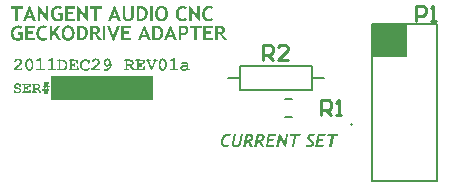
<source format=gto>
%FSAX24Y24*%
%MOIN*%
G70*
G01*
G75*
G04 Layer_Color=65535*
%ADD10R,0.0630X0.0709*%
%ADD11C,0.0100*%
%ADD12O,0.1181X0.0866*%
%ADD13C,0.0551*%
%ADD14C,0.0591*%
%ADD15R,0.0591X0.0591*%
%ADD16C,0.0079*%
%ADD17R,0.1142X0.1102*%
%ADD18R,0.3400X0.0800*%
G36*
X003507Y005450D02*
X003420D01*
Y005942D01*
X003507D01*
Y005450D01*
D02*
G37*
G36*
X003147Y005946D02*
X003152D01*
X003163Y005945D01*
X003178Y005942D01*
X003194Y005939D01*
X003211Y005935D01*
X003228Y005929D01*
X003246Y005921D01*
X003262Y005911D01*
X003278Y005900D01*
X003293Y005885D01*
X003304Y005869D01*
X003310Y005859D01*
X003313Y005850D01*
X003317Y005839D01*
X003319Y005827D01*
X003321Y005815D01*
X003322Y005802D01*
Y005801D01*
Y005799D01*
Y005797D01*
Y005794D01*
X003320Y005786D01*
X003319Y005776D01*
X003316Y005763D01*
X003311Y005750D01*
X003304Y005735D01*
X003296Y005722D01*
Y005721D01*
X003294Y005720D01*
X003291Y005716D01*
X003286Y005709D01*
X003278Y005702D01*
X003268Y005694D01*
X003257Y005685D01*
X003245Y005678D01*
X003230Y005671D01*
X003377Y005450D01*
X003276D01*
X003144Y005653D01*
X003129D01*
X003122Y005654D01*
X003112D01*
X003101Y005655D01*
X003089Y005655D01*
Y005450D01*
X002998D01*
Y005942D01*
X003008D01*
X003015Y005942D01*
X003025D01*
X003031Y005943D01*
X003038D01*
X003045Y005944D01*
X003059D01*
X003063Y005945D01*
X003072D01*
X003084Y005945D01*
X003096Y005946D01*
X003109D01*
X003122Y005947D01*
X003143D01*
X003147Y005946D01*
D02*
G37*
G36*
X005020Y005450D02*
X004923D01*
X004886Y005550D01*
X004718D01*
X004685Y005450D01*
X004587D01*
X004784Y005948D01*
X004822D01*
X005020Y005450D01*
D02*
G37*
G36*
X004348Y005865D02*
X004125D01*
Y005750D01*
X004284D01*
Y005675D01*
X004125D01*
Y005528D01*
X004348D01*
Y005450D01*
X004038D01*
Y005942D01*
X004348D01*
Y005865D01*
D02*
G37*
G36*
X002270Y005950D02*
X002278D01*
X002287Y005948D01*
X002297Y005947D01*
X002308Y005945D01*
X002320Y005942D01*
X002333Y005939D01*
X002346Y005935D01*
X002360Y005929D01*
X002374Y005923D01*
X002386Y005915D01*
X002399Y005907D01*
X002411Y005896D01*
X002422Y005885D01*
X002423Y005884D01*
X002424Y005881D01*
X002428Y005878D01*
X002431Y005872D01*
X002435Y005866D01*
X002440Y005858D01*
X002445Y005848D01*
X002450Y005837D01*
X002456Y005824D01*
X002461Y005811D01*
X002466Y005795D01*
X002469Y005779D01*
X002473Y005761D01*
X002476Y005742D01*
X002478Y005722D01*
X002479Y005700D01*
Y005698D01*
Y005694D01*
Y005688D01*
X002478Y005680D01*
X002477Y005670D01*
X002475Y005659D01*
X002473Y005646D01*
X002471Y005632D01*
X002468Y005617D01*
X002464Y005601D01*
X002459Y005585D01*
X002453Y005570D01*
X002447Y005554D01*
X002439Y005539D01*
X002430Y005525D01*
X002419Y005511D01*
X002418Y005510D01*
X002416Y005508D01*
X002413Y005505D01*
X002409Y005500D01*
X002402Y005495D01*
X002395Y005489D01*
X002386Y005483D01*
X002377Y005477D01*
X002365Y005470D01*
X002353Y005464D01*
X002339Y005458D01*
X002325Y005452D01*
X002309Y005448D01*
X002291Y005445D01*
X002273Y005442D01*
X002253Y005442D01*
X002249D01*
X002244Y005442D01*
X002237D01*
X002229Y005444D01*
X002219Y005445D01*
X002208Y005448D01*
X002197Y005450D01*
X002185Y005454D01*
X002173Y005458D01*
X002160Y005464D01*
X002147Y005471D01*
X002135Y005478D01*
X002123Y005487D01*
X002112Y005498D01*
X002101Y005510D01*
X002100Y005511D01*
X002099Y005513D01*
X002096Y005517D01*
X002093Y005523D01*
X002089Y005530D01*
X002084Y005538D01*
X002080Y005548D01*
X002075Y005560D01*
X002070Y005573D01*
X002065Y005587D01*
X002061Y005602D01*
X002057Y005619D01*
X002053Y005637D01*
X002051Y005657D01*
X002049Y005678D01*
X002049Y005700D01*
Y005701D01*
Y005704D01*
X002049Y005709D01*
Y005717D01*
X002050Y005726D01*
X002052Y005737D01*
X002053Y005748D01*
X002055Y005761D01*
X002058Y005775D01*
X002062Y005789D01*
X002067Y005804D01*
X002073Y005819D01*
X002079Y005834D01*
X002087Y005849D01*
X002096Y005864D01*
X002106Y005878D01*
X002106Y005878D01*
X002109Y005881D01*
X002112Y005885D01*
X002116Y005889D01*
X002122Y005894D01*
X002129Y005901D01*
X002138Y005907D01*
X002147Y005914D01*
X002157Y005921D01*
X002169Y005928D01*
X002182Y005934D01*
X002195Y005939D01*
X002210Y005944D01*
X002226Y005948D01*
X002243Y005950D01*
X002260Y005951D01*
X002265D01*
X002270Y005950D01*
D02*
G37*
G36*
X002844Y004824D02*
X002852Y004824D01*
X002860Y004822D01*
X002878Y004818D01*
X002879D01*
X002882Y004817D01*
X002886Y004816D01*
X002892Y004814D01*
X002899Y004811D01*
X002906Y004808D01*
X002922Y004800D01*
Y004800D01*
X002922Y004801D01*
X002925Y004804D01*
X002929Y004808D01*
X002934Y004812D01*
X002934D01*
X002935Y004812D01*
X002938Y004814D01*
X002943Y004815D01*
X002948Y004816D01*
X002951D01*
X002953Y004815D01*
X002956Y004814D01*
X002960Y004813D01*
X002963Y004812D01*
X002967Y004809D01*
X002971Y004806D01*
X002971Y004805D01*
X002972Y004804D01*
X002973Y004802D01*
X002975Y004798D01*
X002977Y004794D01*
X002978Y004788D01*
X002979Y004782D01*
X002979Y004774D01*
Y004722D01*
Y004721D01*
Y004718D01*
X002979Y004714D01*
X002978Y004710D01*
X002976Y004699D01*
X002973Y004694D01*
X002971Y004690D01*
X002970Y004690D01*
X002969Y004689D01*
X002967Y004688D01*
X002965Y004686D01*
X002957Y004682D01*
X002953Y004682D01*
X002948Y004681D01*
X002946D01*
X002944Y004682D01*
X002942D01*
X002935Y004684D01*
X002928Y004688D01*
Y004688D01*
X002927Y004689D01*
X002926Y004691D01*
X002924Y004694D01*
X002922Y004697D01*
X002921Y004702D01*
X002919Y004707D01*
X002918Y004714D01*
Y004714D01*
X002917Y004716D01*
X002916Y004718D01*
X002916Y004721D01*
X002913Y004727D01*
X002909Y004733D01*
X002908Y004734D01*
X002907Y004735D01*
X002904Y004738D01*
X002900Y004741D01*
X002895Y004744D01*
X002889Y004748D01*
X002882Y004751D01*
X002874Y004754D01*
X002874Y004755D01*
X002870Y004756D01*
X002866Y004757D01*
X002860Y004759D01*
X002854Y004760D01*
X002846Y004762D01*
X002838Y004762D01*
X002830Y004763D01*
X002825D01*
X002820Y004762D01*
X002813Y004762D01*
X002805Y004760D01*
X002797Y004758D01*
X002788Y004754D01*
X002779Y004750D01*
X002778Y004750D01*
X002775Y004748D01*
X002771Y004745D01*
X002765Y004741D01*
X002759Y004736D01*
X002752Y004729D01*
X002744Y004720D01*
X002738Y004711D01*
X002737Y004710D01*
X002735Y004706D01*
X002732Y004700D01*
X002729Y004693D01*
X002726Y004684D01*
X002723Y004673D01*
X002721Y004660D01*
X002720Y004647D01*
Y004607D01*
Y004606D01*
Y004605D01*
Y004603D01*
X002721Y004599D01*
Y004595D01*
X002722Y004591D01*
X002724Y004581D01*
X002728Y004569D01*
X002734Y004557D01*
X002742Y004544D01*
X002747Y004538D01*
X002752Y004532D01*
X002753D01*
X002754Y004531D01*
X002756Y004529D01*
X002758Y004527D01*
X002762Y004525D01*
X002766Y004523D01*
X002770Y004520D01*
X002776Y004517D01*
X002782Y004515D01*
X002789Y004512D01*
X002804Y004507D01*
X002822Y004504D01*
X002832Y004503D01*
X002842Y004503D01*
X002848D01*
X002854Y004503D01*
X002862Y004504D01*
X002872Y004505D01*
X002882Y004507D01*
X002891Y004509D01*
X002900Y004511D01*
X002901D01*
X002903Y004513D01*
X002906Y004514D01*
X002910Y004517D01*
X002914Y004519D01*
X002919Y004523D01*
X002924Y004528D01*
X002930Y004533D01*
X002931Y004534D01*
X002932Y004535D01*
X002936Y004539D01*
X002940Y004543D01*
X002945Y004545D01*
X002946Y004546D01*
X002949Y004547D01*
X002953Y004548D01*
X002957Y004549D01*
X002959D01*
X002961Y004548D01*
X002965Y004547D01*
X002968Y004546D01*
X002971Y004545D01*
X002975Y004542D01*
X002979Y004539D01*
X002979Y004538D01*
X002980Y004537D01*
X002982Y004535D01*
X002984Y004533D01*
X002987Y004525D01*
X002988Y004521D01*
X002989Y004517D01*
Y004516D01*
Y004515D01*
X002988Y004512D01*
X002987Y004509D01*
X002985Y004505D01*
X002983Y004500D01*
X002980Y004495D01*
X002976Y004490D01*
X002975Y004489D01*
X002973Y004487D01*
X002969Y004483D01*
X002963Y004478D01*
X002956Y004473D01*
X002948Y004467D01*
X002939Y004461D01*
X002928Y004457D01*
X002928D01*
X002926Y004456D01*
X002924Y004455D01*
X002922Y004454D01*
X002918Y004453D01*
X002914Y004451D01*
X002903Y004449D01*
X002890Y004446D01*
X002876Y004443D01*
X002860Y004441D01*
X002842Y004441D01*
X002837D01*
X002833Y004441D01*
X002828D01*
X002823Y004442D01*
X002816Y004443D01*
X002810Y004443D01*
X002794Y004446D01*
X002778Y004450D01*
X002760Y004456D01*
X002744Y004463D01*
X002743D01*
X002742Y004464D01*
X002740Y004465D01*
X002738Y004467D01*
X002731Y004471D01*
X002723Y004477D01*
X002714Y004485D01*
X002703Y004495D01*
X002693Y004507D01*
X002683Y004520D01*
Y004521D01*
X002682Y004522D01*
X002681Y004524D01*
X002679Y004527D01*
X002677Y004531D01*
X002675Y004535D01*
X002671Y004545D01*
X002666Y004558D01*
X002662Y004573D01*
X002660Y004589D01*
X002658Y004605D01*
Y004647D01*
Y004648D01*
Y004649D01*
Y004652D01*
X002659Y004655D01*
Y004660D01*
X002660Y004664D01*
X002661Y004676D01*
X002664Y004690D01*
X002668Y004706D01*
X002673Y004722D01*
X002680Y004738D01*
Y004738D01*
X002682Y004740D01*
X002683Y004742D01*
X002684Y004744D01*
X002690Y004752D01*
X002697Y004762D01*
X002706Y004772D01*
X002716Y004783D01*
X002729Y004793D01*
X002743Y004802D01*
X002744D01*
X002745Y004803D01*
X002747Y004804D01*
X002750Y004806D01*
X002754Y004808D01*
X002758Y004810D01*
X002768Y004814D01*
X002781Y004818D01*
X002796Y004822D01*
X002811Y004824D01*
X002828Y004825D01*
X002838D01*
X002844Y004824D01*
D02*
G37*
G36*
X002698Y005945D02*
X002705D01*
X002714Y005943D01*
X002724Y005942D01*
X002736Y005940D01*
X002749Y005938D01*
X002762Y005934D01*
X002776Y005930D01*
X002791Y005925D01*
X002805Y005919D01*
X002819Y005912D01*
X002833Y005903D01*
X002846Y005894D01*
X002858Y005882D01*
X002859Y005881D01*
X002861Y005879D01*
X002864Y005875D01*
X002868Y005871D01*
X002873Y005865D01*
X002878Y005857D01*
X002884Y005848D01*
X002890Y005837D01*
X002896Y005826D01*
X002902Y005814D01*
X002907Y005800D01*
X002912Y005785D01*
X002915Y005769D01*
X002918Y005752D01*
X002921Y005734D01*
X002921Y005715D01*
Y005714D01*
Y005712D01*
Y005708D01*
X002921Y005703D01*
Y005697D01*
X002920Y005690D01*
X002919Y005682D01*
X002918Y005674D01*
X002916Y005664D01*
X002914Y005653D01*
X002908Y005631D01*
X002900Y005607D01*
X002889Y005582D01*
X002883Y005570D01*
X002876Y005558D01*
X002867Y005546D01*
X002859Y005534D01*
X002849Y005522D01*
X002838Y005512D01*
X002826Y005501D01*
X002813Y005491D01*
X002799Y005483D01*
X002784Y005474D01*
X002768Y005468D01*
X002749Y005461D01*
X002730Y005457D01*
X002710Y005453D01*
X002689Y005451D01*
X002665Y005450D01*
X002556D01*
Y005942D01*
X002566D01*
X002573Y005942D01*
X002581D01*
X002590Y005943D01*
X002601D01*
X002612Y005944D01*
X002634D01*
X002655Y005945D01*
X002665Y005945D01*
X002692D01*
X002698Y005945D01*
D02*
G37*
G36*
X001146Y005865D02*
X000923D01*
Y005750D01*
X001082D01*
Y005675D01*
X000923D01*
Y005528D01*
X001146D01*
Y005450D01*
X000836D01*
Y005942D01*
X001146D01*
Y005865D01*
D02*
G37*
G36*
X003794Y005443D02*
X003746D01*
X003561Y005942D01*
X003657D01*
X003771Y005610D01*
X003891Y005942D01*
X003985D01*
X003794Y005443D01*
D02*
G37*
G36*
X007315Y005946D02*
X007320D01*
X007331Y005945D01*
X007346Y005942D01*
X007362Y005939D01*
X007379Y005935D01*
X007396Y005929D01*
X007414Y005921D01*
X007430Y005911D01*
X007446Y005900D01*
X007461Y005885D01*
X007472Y005869D01*
X007478Y005859D01*
X007481Y005850D01*
X007485Y005839D01*
X007487Y005827D01*
X007489Y005815D01*
X007490Y005802D01*
Y005801D01*
Y005799D01*
Y005797D01*
Y005794D01*
X007488Y005786D01*
X007487Y005776D01*
X007484Y005763D01*
X007479Y005750D01*
X007472Y005735D01*
X007464Y005722D01*
Y005721D01*
X007462Y005720D01*
X007459Y005716D01*
X007454Y005709D01*
X007446Y005702D01*
X007436Y005694D01*
X007425Y005685D01*
X007413Y005678D01*
X007398Y005671D01*
X007544Y005450D01*
X007444D01*
X007312Y005653D01*
X007297D01*
X007290Y005654D01*
X007280D01*
X007269Y005655D01*
X007257Y005655D01*
Y005450D01*
X007166D01*
Y005942D01*
X007176D01*
X007183Y005942D01*
X007193D01*
X007199Y005943D01*
X007206D01*
X007213Y005944D01*
X007227D01*
X007231Y005945D01*
X007240D01*
X007252Y005945D01*
X007264Y005946D01*
X007277D01*
X007290Y005947D01*
X007311D01*
X007315Y005946D01*
D02*
G37*
G36*
X001847Y005727D02*
X002031Y005450D01*
X001927D01*
X001789Y005659D01*
X001735Y005585D01*
Y005450D01*
X001647D01*
Y005942D01*
X001735D01*
Y005706D01*
X001902Y005942D01*
X002001D01*
X001847Y005727D01*
D02*
G37*
G36*
X006071Y005945D02*
X006081D01*
X006092Y005944D01*
X006104Y005942D01*
X006117Y005941D01*
X006145Y005937D01*
X006173Y005930D01*
X006187Y005926D01*
X006200Y005922D01*
X006212Y005916D01*
X006223Y005910D01*
X006223Y005909D01*
X006225Y005908D01*
X006228Y005906D01*
X006231Y005903D01*
X006235Y005899D01*
X006239Y005894D01*
X006245Y005889D01*
X006250Y005882D01*
X006255Y005875D01*
X006260Y005866D01*
X006264Y005857D01*
X006268Y005847D01*
X006271Y005837D01*
X006274Y005824D01*
X006276Y005811D01*
X006277Y005798D01*
Y005797D01*
Y005796D01*
Y005794D01*
Y005790D01*
X006275Y005783D01*
X006274Y005771D01*
X006271Y005759D01*
X006266Y005745D01*
X006260Y005729D01*
X006252Y005713D01*
X006241Y005697D01*
X006228Y005682D01*
X006220Y005675D01*
X006212Y005668D01*
X006203Y005662D01*
X006193Y005655D01*
X006182Y005649D01*
X006170Y005645D01*
X006157Y005640D01*
X006143Y005636D01*
X006128Y005633D01*
X006112Y005631D01*
X006096Y005630D01*
X006077Y005629D01*
X006067D01*
X006061Y005630D01*
X006054D01*
X006046Y005630D01*
X006038Y005631D01*
Y005450D01*
X005950D01*
Y005942D01*
X005959D01*
X005964Y005942D01*
X005971D01*
X005978Y005943D01*
X005996Y005944D01*
X006013D01*
X006030Y005945D01*
X006037Y005945D01*
X006064D01*
X006071Y005945D01*
D02*
G37*
G36*
X005898Y005450D02*
X005801D01*
X005765Y005550D01*
X005596D01*
X005563Y005450D01*
X005465D01*
X005662Y005948D01*
X005700D01*
X005898Y005450D01*
D02*
G37*
G36*
X005214Y005945D02*
X005221D01*
X005230Y005943D01*
X005240Y005942D01*
X005252Y005940D01*
X005265Y005938D01*
X005278Y005934D01*
X005292Y005930D01*
X005306Y005925D01*
X005321Y005919D01*
X005335Y005912D01*
X005349Y005903D01*
X005362Y005894D01*
X005374Y005882D01*
X005375Y005881D01*
X005377Y005879D01*
X005380Y005875D01*
X005384Y005871D01*
X005389Y005865D01*
X005394Y005857D01*
X005400Y005848D01*
X005406Y005837D01*
X005411Y005826D01*
X005418Y005814D01*
X005423Y005800D01*
X005427Y005785D01*
X005431Y005769D01*
X005434Y005752D01*
X005437Y005734D01*
X005437Y005715D01*
Y005714D01*
Y005712D01*
Y005708D01*
X005437Y005703D01*
Y005697D01*
X005436Y005690D01*
X005435Y005682D01*
X005433Y005674D01*
X005432Y005664D01*
X005430Y005653D01*
X005424Y005631D01*
X005416Y005607D01*
X005405Y005582D01*
X005399Y005570D01*
X005392Y005558D01*
X005383Y005546D01*
X005375Y005534D01*
X005365Y005522D01*
X005354Y005512D01*
X005342Y005501D01*
X005329Y005491D01*
X005315Y005483D01*
X005300Y005474D01*
X005284Y005468D01*
X005265Y005461D01*
X005246Y005457D01*
X005226Y005453D01*
X005204Y005451D01*
X005181Y005450D01*
X005072D01*
Y005942D01*
X005082D01*
X005089Y005942D01*
X005097D01*
X005106Y005943D01*
X005117D01*
X005128Y005944D01*
X005150D01*
X005171Y005945D01*
X005181Y005945D01*
X005207D01*
X005214Y005945D01*
D02*
G37*
G36*
X007086Y005865D02*
X006863D01*
Y005750D01*
X007022D01*
Y005675D01*
X006863D01*
Y005528D01*
X007086D01*
Y005450D01*
X006775D01*
Y005942D01*
X007086D01*
Y005865D01*
D02*
G37*
G36*
X006719D02*
X006555D01*
Y005450D01*
X006468D01*
Y005865D01*
X006311D01*
Y005942D01*
X006719D01*
Y005865D01*
D02*
G37*
G36*
X002597Y004815D02*
Y004722D01*
Y004721D01*
Y004718D01*
X002597Y004714D01*
X002596Y004709D01*
X002594Y004698D01*
X002591Y004693D01*
X002589Y004689D01*
X002588Y004688D01*
X002587Y004688D01*
X002585Y004686D01*
X002583Y004684D01*
X002575Y004681D01*
X002571Y004680D01*
X002566Y004680D01*
X002564D01*
X002561Y004680D01*
X002558Y004681D01*
X002551Y004684D01*
X002547Y004686D01*
X002543Y004689D01*
Y004690D01*
X002542Y004691D01*
X002541Y004693D01*
X002539Y004696D01*
X002538Y004701D01*
X002537Y004707D01*
X002536Y004714D01*
X002535Y004722D01*
Y004754D01*
X002391D01*
Y004664D01*
X002445D01*
Y004666D01*
Y004668D01*
Y004672D01*
X002445Y004676D01*
X002447Y004686D01*
X002448Y004690D01*
X002450Y004693D01*
X002451Y004694D01*
X002452Y004695D01*
X002455Y004697D01*
X002457Y004700D01*
X002465Y004704D01*
X002470Y004706D01*
X002475Y004706D01*
X002478D01*
X002480Y004706D01*
X002483Y004705D01*
X002487Y004704D01*
X002491Y004702D01*
X002495Y004700D01*
X002498Y004696D01*
X002499Y004696D01*
X002499Y004694D01*
X002501Y004692D01*
X002503Y004689D01*
X002504Y004684D01*
X002505Y004679D01*
X002506Y004672D01*
X002507Y004664D01*
Y004603D01*
Y004602D01*
Y004599D01*
Y004595D01*
X002506Y004590D01*
X002505Y004585D01*
X002504Y004581D01*
X002503Y004577D01*
X002501Y004573D01*
X002500Y004573D01*
X002499Y004571D01*
X002497Y004569D01*
X002493Y004567D01*
X002485Y004563D01*
X002481Y004561D01*
X002475Y004561D01*
X002473D01*
X002470Y004561D01*
X002467Y004562D01*
X002463Y004564D01*
X002459Y004566D01*
X002455Y004569D01*
X002450Y004573D01*
X002449Y004575D01*
X002449Y004577D01*
X002447Y004579D01*
X002447Y004583D01*
X002445Y004588D01*
X002445Y004595D01*
Y004603D01*
X002391D01*
Y004512D01*
X002548D01*
Y004545D01*
Y004547D01*
Y004549D01*
X002549Y004553D01*
X002549Y004558D01*
X002551Y004569D01*
X002553Y004573D01*
X002556Y004577D01*
X002557Y004578D01*
X002557Y004579D01*
X002559Y004581D01*
X002562Y004583D01*
X002569Y004586D01*
X002574Y004587D01*
X002579Y004587D01*
X002581D01*
X002583Y004587D01*
X002587Y004586D01*
X002591Y004585D01*
X002594Y004583D01*
X002598Y004581D01*
X002601Y004577D01*
X002602Y004577D01*
X002603Y004575D01*
X002604Y004573D01*
X002606Y004570D01*
X002607Y004565D01*
X002609Y004560D01*
X002609Y004553D01*
X002610Y004545D01*
Y004450D01*
X002315D01*
X002311Y004451D01*
X002307Y004451D01*
X002296Y004453D01*
X002291Y004455D01*
X002287Y004458D01*
X002286Y004459D01*
X002286Y004459D01*
X002284Y004461D01*
X002282Y004464D01*
X002279Y004471D01*
X002278Y004476D01*
X002278Y004481D01*
Y004481D01*
Y004483D01*
X002278Y004485D01*
X002279Y004489D01*
X002281Y004496D01*
X002283Y004500D01*
X002287Y004503D01*
X002287Y004504D01*
X002289Y004505D01*
X002291Y004506D01*
X002294Y004508D01*
X002299Y004509D01*
X002305Y004511D01*
X002311Y004511D01*
X002319Y004512D01*
X002329D01*
Y004754D01*
X002315D01*
X002311Y004754D01*
X002307Y004755D01*
X002296Y004757D01*
X002291Y004759D01*
X002287Y004762D01*
X002286Y004762D01*
X002286Y004763D01*
X002284Y004765D01*
X002282Y004768D01*
X002279Y004775D01*
X002278Y004780D01*
X002278Y004784D01*
Y004785D01*
Y004787D01*
X002278Y004789D01*
X002279Y004792D01*
X002281Y004800D01*
X002283Y004804D01*
X002287Y004807D01*
X002287Y004808D01*
X002289Y004808D01*
X002291Y004810D01*
X002294Y004812D01*
X002299Y004813D01*
X002305Y004814D01*
X002311Y004815D01*
X002319Y004816D01*
X002597Y004815D01*
D02*
G37*
G36*
X005428Y004850D02*
X005437Y004848D01*
X005447Y004846D01*
X005457Y004843D01*
X005468Y004839D01*
X005478Y004834D01*
X005479Y004833D01*
X005482Y004830D01*
X005487Y004826D01*
X005494Y004820D01*
X005501Y004812D01*
X005510Y004802D01*
X005518Y004788D01*
X005522Y004781D01*
X005527Y004773D01*
Y004772D01*
X005528Y004771D01*
X005529Y004768D01*
X005531Y004766D01*
X005532Y004761D01*
X005534Y004756D01*
X005537Y004751D01*
X005539Y004745D01*
X005544Y004731D01*
X005547Y004715D01*
X005550Y004698D01*
X005551Y004679D01*
Y004612D01*
Y004611D01*
Y004609D01*
Y004606D01*
X005550Y004602D01*
X005550Y004596D01*
X005549Y004590D01*
X005548Y004583D01*
X005546Y004575D01*
X005542Y004557D01*
X005536Y004537D01*
X005532Y004527D01*
X005528Y004517D01*
X005522Y004507D01*
X005516Y004496D01*
X005515Y004495D01*
X005514Y004494D01*
X005512Y004491D01*
X005509Y004487D01*
X005506Y004483D01*
X005501Y004479D01*
X005496Y004474D01*
X005490Y004469D01*
X005484Y004463D01*
X005476Y004459D01*
X005468Y004454D01*
X005459Y004450D01*
X005449Y004447D01*
X005439Y004444D01*
X005428Y004442D01*
X005416Y004441D01*
X005410D01*
X005402Y004442D01*
X005394Y004443D01*
X005384Y004445D01*
X005373Y004448D01*
X005362Y004452D01*
X005352Y004457D01*
X005351Y004458D01*
X005348Y004461D01*
X005343Y004465D01*
X005337Y004471D01*
X005330Y004479D01*
X005321Y004490D01*
X005312Y004503D01*
X005304Y004518D01*
Y004519D01*
X005303Y004520D01*
X005302Y004523D01*
X005300Y004526D01*
X005298Y004530D01*
X005296Y004535D01*
X005294Y004540D01*
X005292Y004546D01*
X005288Y004560D01*
X005284Y004576D01*
X005282Y004593D01*
X005281Y004612D01*
Y004679D01*
Y004680D01*
Y004682D01*
Y004685D01*
X005282Y004689D01*
X005282Y004694D01*
X005283Y004701D01*
X005284Y004708D01*
X005286Y004716D01*
X005290Y004734D01*
X005296Y004753D01*
X005300Y004763D01*
X005304Y004774D01*
X005310Y004784D01*
X005316Y004794D01*
X005316Y004795D01*
X005317Y004797D01*
X005319Y004800D01*
X005322Y004803D01*
X005326Y004808D01*
X005330Y004812D01*
X005335Y004817D01*
X005341Y004822D01*
X005348Y004828D01*
X005355Y004832D01*
X005363Y004838D01*
X005372Y004842D01*
X005382Y004845D01*
X005392Y004848D01*
X005403Y004850D01*
X005415Y004850D01*
X005421D01*
X005428Y004850D01*
D02*
G37*
G36*
X000985D02*
X000993Y004848D01*
X001003Y004846D01*
X001013Y004843D01*
X001024Y004839D01*
X001034Y004834D01*
X001035Y004833D01*
X001039Y004830D01*
X001043Y004826D01*
X001050Y004820D01*
X001057Y004812D01*
X001066Y004802D01*
X001075Y004788D01*
X001079Y004781D01*
X001083Y004773D01*
Y004772D01*
X001085Y004771D01*
X001085Y004768D01*
X001087Y004766D01*
X001089Y004761D01*
X001091Y004756D01*
X001093Y004751D01*
X001095Y004745D01*
X001100Y004731D01*
X001103Y004715D01*
X001106Y004698D01*
X001107Y004679D01*
Y004612D01*
Y004611D01*
Y004609D01*
Y004606D01*
X001107Y004602D01*
X001106Y004596D01*
X001105Y004590D01*
X001105Y004583D01*
X001103Y004575D01*
X001099Y004557D01*
X001093Y004537D01*
X001089Y004527D01*
X001084Y004517D01*
X001078Y004507D01*
X001072Y004496D01*
X001071Y004495D01*
X001071Y004494D01*
X001069Y004491D01*
X001065Y004487D01*
X001062Y004483D01*
X001057Y004479D01*
X001053Y004474D01*
X001047Y004469D01*
X001040Y004463D01*
X001033Y004459D01*
X001024Y004454D01*
X001015Y004450D01*
X001005Y004447D01*
X000995Y004444D01*
X000984Y004442D01*
X000972Y004441D01*
X000966D01*
X000959Y004442D01*
X000950Y004443D01*
X000940Y004445D01*
X000930Y004448D01*
X000919Y004452D01*
X000909Y004457D01*
X000908Y004458D01*
X000905Y004461D01*
X000900Y004465D01*
X000894Y004471D01*
X000886Y004479D01*
X000878Y004490D01*
X000869Y004503D01*
X000860Y004518D01*
Y004519D01*
X000860Y004520D01*
X000858Y004523D01*
X000857Y004526D01*
X000855Y004530D01*
X000853Y004535D01*
X000851Y004540D01*
X000849Y004546D01*
X000845Y004560D01*
X000841Y004576D01*
X000838Y004593D01*
X000838Y004612D01*
Y004679D01*
Y004680D01*
Y004682D01*
Y004685D01*
X000838Y004689D01*
X000839Y004694D01*
X000840Y004701D01*
X000840Y004708D01*
X000842Y004716D01*
X000846Y004734D01*
X000852Y004753D01*
X000856Y004763D01*
X000861Y004774D01*
X000866Y004784D01*
X000872Y004794D01*
X000873Y004795D01*
X000874Y004797D01*
X000876Y004800D01*
X000879Y004803D01*
X000882Y004808D01*
X000887Y004812D01*
X000892Y004817D01*
X000898Y004822D01*
X000904Y004828D01*
X000912Y004832D01*
X000920Y004838D01*
X000929Y004842D01*
X000938Y004845D01*
X000949Y004848D01*
X000959Y004850D01*
X000971Y004850D01*
X000977D01*
X000985Y004850D01*
D02*
G37*
G36*
X001375Y004512D02*
X001442D01*
X001446Y004511D01*
X001450Y004511D01*
X001461Y004509D01*
X001466Y004506D01*
X001470Y004503D01*
X001470Y004503D01*
X001471Y004502D01*
X001473Y004500D01*
X001475Y004497D01*
X001478Y004490D01*
X001479Y004486D01*
X001480Y004481D01*
Y004480D01*
Y004479D01*
X001479Y004476D01*
X001478Y004473D01*
X001477Y004469D01*
X001476Y004465D01*
X001473Y004461D01*
X001470Y004458D01*
X001469D01*
X001468Y004457D01*
X001466Y004455D01*
X001462Y004454D01*
X001458Y004453D01*
X001452Y004451D01*
X001446Y004451D01*
X001438Y004450D01*
X001247D01*
X001243Y004451D01*
X001238Y004451D01*
X001227Y004453D01*
X001222Y004455D01*
X001218Y004458D01*
X001217Y004459D01*
X001217Y004459D01*
X001215Y004461D01*
X001213Y004464D01*
X001210Y004471D01*
X001209Y004476D01*
X001209Y004481D01*
Y004481D01*
Y004483D01*
X001209Y004485D01*
X001210Y004489D01*
X001213Y004496D01*
X001215Y004500D01*
X001218Y004503D01*
X001219Y004504D01*
X001220Y004505D01*
X001222Y004506D01*
X001225Y004508D01*
X001230Y004509D01*
X001236Y004511D01*
X001243Y004511D01*
X001251Y004512D01*
X001313D01*
Y004770D01*
X001258Y004755D01*
X001257D01*
X001256Y004754D01*
X001253Y004754D01*
X001251D01*
X001244Y004752D01*
X001238Y004752D01*
X001236D01*
X001234Y004752D01*
X001231Y004753D01*
X001224Y004756D01*
X001221Y004758D01*
X001217Y004761D01*
Y004762D01*
X001216Y004763D01*
X001215Y004765D01*
X001213Y004768D01*
X001211Y004774D01*
X001210Y004779D01*
X001209Y004784D01*
Y004784D01*
Y004786D01*
X001210Y004788D01*
Y004790D01*
X001212Y004797D01*
X001215Y004803D01*
X001216Y004804D01*
X001217Y004804D01*
X001219Y004806D01*
X001221Y004808D01*
X001225Y004810D01*
X001229Y004812D01*
X001235Y004814D01*
X001242Y004816D01*
X001375Y004850D01*
Y004512D01*
D02*
G37*
G36*
X000607Y004850D02*
X000612Y004849D01*
X000618Y004848D01*
X000624Y004848D01*
X000631Y004846D01*
X000646Y004842D01*
X000662Y004835D01*
X000670Y004831D01*
X000678Y004826D01*
X000686Y004821D01*
X000693Y004814D01*
X000694Y004814D01*
X000694Y004813D01*
X000696Y004811D01*
X000699Y004808D01*
X000702Y004804D01*
X000705Y004800D01*
X000712Y004790D01*
X000718Y004778D01*
X000724Y004763D01*
X000729Y004746D01*
X000730Y004738D01*
X000730Y004728D01*
Y004727D01*
Y004724D01*
X000730Y004719D01*
X000729Y004713D01*
X000728Y004706D01*
X000726Y004698D01*
X000723Y004690D01*
X000720Y004681D01*
X000719Y004680D01*
X000718Y004677D01*
X000714Y004672D01*
X000709Y004665D01*
X000702Y004656D01*
X000694Y004646D01*
X000682Y004634D01*
X000676Y004628D01*
X000668Y004620D01*
X000668Y004620D01*
X000667Y004619D01*
X000665Y004617D01*
X000662Y004615D01*
X000658Y004611D01*
X000654Y004607D01*
X000648Y004602D01*
X000641Y004596D01*
X000633Y004589D01*
X000624Y004581D01*
X000614Y004572D01*
X000603Y004562D01*
X000590Y004551D01*
X000577Y004539D01*
X000561Y004526D01*
X000545Y004512D01*
X000679D01*
X000680Y004513D01*
X000681Y004513D01*
X000683Y004515D01*
X000686Y004517D01*
X000692Y004520D01*
X000696Y004521D01*
X000700Y004521D01*
X000703D01*
X000705Y004521D01*
X000708Y004520D01*
X000712Y004519D01*
X000716Y004517D01*
X000719Y004515D01*
X000722Y004511D01*
X000723Y004511D01*
X000724Y004509D01*
X000725Y004507D01*
X000727Y004504D01*
X000728Y004499D01*
X000730Y004494D01*
X000730Y004488D01*
X000731Y004480D01*
Y004450D01*
X000450D01*
Y004515D01*
X000451Y004516D01*
X000452Y004517D01*
X000454Y004519D01*
X000457Y004521D01*
X000461Y004525D01*
X000465Y004529D01*
X000477Y004537D01*
X000489Y004549D01*
X000505Y004561D01*
X000521Y004575D01*
X000537Y004589D01*
X000572Y004619D01*
X000589Y004634D01*
X000605Y004648D01*
X000619Y004662D01*
X000632Y004674D01*
X000642Y004684D01*
X000647Y004688D01*
X000650Y004692D01*
X000651Y004693D01*
X000653Y004696D01*
X000656Y004700D01*
X000660Y004704D01*
X000662Y004710D01*
X000666Y004717D01*
X000668Y004724D01*
X000668Y004730D01*
Y004732D01*
Y004734D01*
X000667Y004738D01*
X000666Y004744D01*
X000664Y004750D01*
X000660Y004757D01*
X000655Y004764D01*
X000648Y004770D01*
X000648Y004771D01*
X000645Y004773D01*
X000640Y004776D01*
X000634Y004780D01*
X000627Y004782D01*
X000618Y004786D01*
X000608Y004788D01*
X000596Y004788D01*
X000591D01*
X000585Y004788D01*
X000577Y004786D01*
X000568Y004784D01*
X000559Y004780D01*
X000550Y004776D01*
X000541Y004769D01*
X000541Y004768D01*
X000539Y004767D01*
X000537Y004764D01*
X000535Y004761D01*
X000532Y004757D01*
X000529Y004752D01*
X000526Y004746D01*
X000523Y004738D01*
Y004738D01*
X000523Y004736D01*
X000521Y004734D01*
X000520Y004732D01*
X000516Y004726D01*
X000514Y004722D01*
X000511Y004720D01*
X000510Y004720D01*
X000507Y004718D01*
X000501Y004716D01*
X000493Y004715D01*
X000491D01*
X000489Y004716D01*
X000486Y004716D01*
X000479Y004719D01*
X000475Y004721D01*
X000471Y004724D01*
X000471Y004724D01*
X000470Y004726D01*
X000469Y004727D01*
X000467Y004730D01*
X000464Y004736D01*
X000463Y004740D01*
X000463Y004745D01*
Y004746D01*
Y004748D01*
X000463Y004752D01*
X000465Y004758D01*
X000467Y004764D01*
X000470Y004772D01*
X000474Y004780D01*
X000479Y004790D01*
X000480Y004792D01*
X000483Y004795D01*
X000486Y004800D01*
X000492Y004806D01*
X000499Y004813D01*
X000507Y004820D01*
X000517Y004827D01*
X000528Y004834D01*
X000529D01*
X000529Y004834D01*
X000531Y004835D01*
X000533Y004836D01*
X000540Y004839D01*
X000549Y004842D01*
X000559Y004845D01*
X000571Y004848D01*
X000583Y004850D01*
X000597Y004850D01*
X000603D01*
X000607Y004850D01*
D02*
G37*
G36*
X001016Y004013D02*
Y003933D01*
Y003932D01*
Y003930D01*
X001016Y003926D01*
X001015Y003922D01*
X001014Y003913D01*
X001011Y003908D01*
X001009Y003905D01*
X001008Y003904D01*
X001008Y003904D01*
X001006Y003903D01*
X001004Y003901D01*
X000998Y003898D01*
X000994Y003898D01*
X000990Y003897D01*
X000988D01*
X000986Y003898D01*
X000983Y003898D01*
X000976Y003900D01*
X000973Y003902D01*
X000970Y003905D01*
Y003906D01*
X000969Y003907D01*
X000968Y003908D01*
X000967Y003911D01*
X000966Y003915D01*
X000964Y003920D01*
X000964Y003926D01*
X000963Y003933D01*
Y003960D01*
X000839D01*
Y003884D01*
X000886D01*
Y003885D01*
Y003887D01*
Y003890D01*
X000886Y003894D01*
X000887Y003903D01*
X000889Y003906D01*
X000890Y003908D01*
X000891Y003909D01*
X000892Y003910D01*
X000894Y003912D01*
X000897Y003914D01*
X000903Y003918D01*
X000907Y003919D01*
X000912Y003920D01*
X000914D01*
X000916Y003919D01*
X000919Y003919D01*
X000922Y003918D01*
X000925Y003916D01*
X000928Y003914D01*
X000931Y003911D01*
X000932Y003911D01*
X000932Y003910D01*
X000934Y003908D01*
X000935Y003905D01*
X000936Y003901D01*
X000938Y003896D01*
X000938Y003891D01*
X000939Y003884D01*
Y003831D01*
Y003830D01*
Y003827D01*
Y003824D01*
X000938Y003820D01*
X000938Y003816D01*
X000936Y003812D01*
X000935Y003808D01*
X000934Y003806D01*
X000933Y003805D01*
X000932Y003804D01*
X000930Y003802D01*
X000927Y003801D01*
X000921Y003796D01*
X000917Y003795D01*
X000912Y003795D01*
X000910D01*
X000907Y003795D01*
X000905Y003796D01*
X000902Y003798D01*
X000898Y003799D01*
X000894Y003802D01*
X000890Y003806D01*
X000890Y003807D01*
X000889Y003808D01*
X000888Y003811D01*
X000887Y003814D01*
X000886Y003818D01*
X000886Y003824D01*
Y003831D01*
X000839D01*
Y003753D01*
X000974D01*
Y003782D01*
Y003783D01*
Y003785D01*
X000975Y003789D01*
X000975Y003792D01*
X000977Y003802D01*
X000979Y003806D01*
X000981Y003809D01*
X000982Y003810D01*
X000982Y003810D01*
X000984Y003812D01*
X000986Y003814D01*
X000992Y003816D01*
X000996Y003817D01*
X001000Y003818D01*
X001003D01*
X001004Y003817D01*
X001007Y003816D01*
X001011Y003815D01*
X001014Y003814D01*
X001017Y003812D01*
X001020Y003809D01*
X001020Y003808D01*
X001021Y003807D01*
X001022Y003806D01*
X001024Y003803D01*
X001025Y003799D01*
X001026Y003794D01*
X001027Y003789D01*
X001027Y003782D01*
Y003700D01*
X000775D01*
X000771Y003701D01*
X000767Y003701D01*
X000758Y003703D01*
X000754Y003705D01*
X000750Y003707D01*
X000750Y003707D01*
X000749Y003708D01*
X000748Y003710D01*
X000746Y003712D01*
X000743Y003718D01*
X000743Y003722D01*
X000742Y003726D01*
Y003727D01*
Y003729D01*
X000743Y003730D01*
X000743Y003733D01*
X000746Y003739D01*
X000747Y003743D01*
X000750Y003746D01*
X000751Y003746D01*
X000752Y003747D01*
X000754Y003748D01*
X000757Y003750D01*
X000761Y003751D01*
X000766Y003752D01*
X000771Y003753D01*
X000778Y003753D01*
X000786D01*
Y003960D01*
X000775D01*
X000771Y003961D01*
X000767Y003962D01*
X000758Y003963D01*
X000754Y003965D01*
X000750Y003967D01*
X000750Y003968D01*
X000749Y003968D01*
X000748Y003970D01*
X000746Y003972D01*
X000743Y003979D01*
X000743Y003983D01*
X000742Y003987D01*
Y003987D01*
Y003989D01*
X000743Y003991D01*
X000743Y003993D01*
X000746Y004000D01*
X000747Y004003D01*
X000750Y004006D01*
X000751Y004007D01*
X000752Y004007D01*
X000754Y004008D01*
X000757Y004010D01*
X000761Y004011D01*
X000766Y004012D01*
X000771Y004013D01*
X000778Y004013D01*
X001016Y004013D01*
D02*
G37*
G36*
X001224D02*
X001229D01*
X001235Y004012D01*
X001240Y004011D01*
X001247Y004010D01*
X001261Y004007D01*
X001276Y004001D01*
X001283Y003999D01*
X001289Y003995D01*
X001296Y003991D01*
X001302Y003986D01*
X001303Y003985D01*
X001303Y003984D01*
X001305Y003983D01*
X001306Y003980D01*
X001312Y003975D01*
X001317Y003967D01*
X001323Y003956D01*
X001328Y003945D01*
X001332Y003932D01*
X001332Y003925D01*
X001333Y003918D01*
Y003916D01*
Y003914D01*
X001332Y003908D01*
X001331Y003903D01*
X001329Y003895D01*
X001326Y003888D01*
X001323Y003880D01*
X001318Y003872D01*
X001317Y003871D01*
X001315Y003868D01*
X001312Y003864D01*
X001307Y003860D01*
X001301Y003854D01*
X001293Y003848D01*
X001284Y003842D01*
X001274Y003836D01*
X001275Y003835D01*
X001277Y003834D01*
X001280Y003830D01*
X001285Y003826D01*
X001291Y003820D01*
X001296Y003814D01*
X001303Y003807D01*
X001310Y003799D01*
X001311Y003798D01*
X001312Y003796D01*
X001315Y003792D01*
X001318Y003787D01*
X001323Y003781D01*
X001329Y003773D01*
X001335Y003764D01*
X001342Y003753D01*
X001349D01*
X001353Y003753D01*
X001361Y003751D01*
X001365Y003750D01*
X001368Y003748D01*
X001368Y003747D01*
X001369Y003746D01*
X001371Y003745D01*
X001373Y003742D01*
X001377Y003735D01*
X001378Y003731D01*
X001378Y003726D01*
Y003726D01*
Y003725D01*
X001378Y003722D01*
X001377Y003719D01*
X001376Y003717D01*
X001375Y003713D01*
X001373Y003710D01*
X001370Y003707D01*
X001369D01*
X001368Y003706D01*
X001366Y003705D01*
X001364Y003703D01*
X001360Y003702D01*
X001354Y003701D01*
X001349Y003701D01*
X001342Y003700D01*
X001315D01*
Y003701D01*
X001314Y003701D01*
X001312Y003705D01*
X001309Y003709D01*
X001304Y003716D01*
X001299Y003723D01*
X001293Y003733D01*
X001285Y003742D01*
X001278Y003752D01*
X001261Y003773D01*
X001252Y003783D01*
X001243Y003792D01*
X001235Y003801D01*
X001225Y003808D01*
X001217Y003815D01*
X001209Y003819D01*
X001157D01*
Y003753D01*
X001180D01*
X001183Y003753D01*
X001187Y003752D01*
X001196Y003750D01*
X001200Y003748D01*
X001204Y003746D01*
X001204Y003745D01*
X001205Y003745D01*
X001207Y003743D01*
X001208Y003741D01*
X001211Y003734D01*
X001212Y003731D01*
X001212Y003726D01*
Y003726D01*
Y003725D01*
X001212Y003722D01*
X001211Y003719D01*
X001210Y003717D01*
X001209Y003713D01*
X001207Y003710D01*
X001204Y003707D01*
X001203D01*
X001202Y003706D01*
X001200Y003705D01*
X001197Y003703D01*
X001193Y003702D01*
X001189Y003701D01*
X001183Y003701D01*
X001176Y003700D01*
X001092D01*
X001089Y003701D01*
X001085Y003701D01*
X001076Y003703D01*
X001071Y003705D01*
X001068Y003707D01*
X001067Y003707D01*
X001067Y003708D01*
X001066Y003710D01*
X001064Y003712D01*
X001061Y003718D01*
X001060Y003722D01*
X001060Y003726D01*
Y003727D01*
Y003729D01*
X001060Y003730D01*
X001061Y003733D01*
X001063Y003739D01*
X001065Y003743D01*
X001068Y003746D01*
X001068Y003746D01*
X001070Y003747D01*
X001071Y003748D01*
X001074Y003750D01*
X001078Y003751D01*
X001083Y003752D01*
X001089Y003753D01*
X001096Y003753D01*
X001104D01*
Y003960D01*
X001092D01*
X001089Y003961D01*
X001085Y003962D01*
X001076Y003963D01*
X001071Y003965D01*
X001068Y003967D01*
X001067Y003968D01*
X001067Y003968D01*
X001066Y003970D01*
X001064Y003972D01*
X001061Y003979D01*
X001060Y003983D01*
X001060Y003987D01*
Y003987D01*
Y003989D01*
X001060Y003991D01*
X001061Y003993D01*
X001063Y004000D01*
X001065Y004003D01*
X001068Y004006D01*
X001068Y004007D01*
X001070Y004007D01*
X001071Y004008D01*
X001074Y004010D01*
X001078Y004011D01*
X001083Y004012D01*
X001089Y004013D01*
X001096Y004013D01*
X001220D01*
X001224Y004013D01*
D02*
G37*
G36*
X001591Y004063D02*
X001594Y004062D01*
X001599Y004060D01*
X001603Y004058D01*
X001606Y004055D01*
X001606Y004055D01*
X001607Y004054D01*
X001608Y004052D01*
X001610Y004050D01*
X001613Y004044D01*
X001613Y004040D01*
X001614Y004036D01*
Y004035D01*
Y004034D01*
Y004031D01*
X001613Y004025D01*
X001607Y003939D01*
X001622D01*
X001626Y003938D01*
X001630Y003938D01*
X001639Y003936D01*
X001643Y003934D01*
X001646Y003931D01*
X001647Y003931D01*
X001647Y003930D01*
X001649Y003928D01*
X001651Y003926D01*
X001654Y003920D01*
X001654Y003916D01*
X001655Y003912D01*
Y003911D01*
Y003910D01*
X001654Y003908D01*
X001654Y003905D01*
X001651Y003899D01*
X001650Y003895D01*
X001647Y003892D01*
X001646D01*
X001645Y003891D01*
X001643Y003890D01*
X001641Y003889D01*
X001637Y003888D01*
X001632Y003887D01*
X001626Y003886D01*
X001619Y003886D01*
X001603D01*
X001599Y003828D01*
X001611D01*
X001615Y003827D01*
X001619Y003827D01*
X001628Y003825D01*
X001632Y003823D01*
X001635Y003820D01*
X001636Y003820D01*
X001637Y003819D01*
X001638Y003818D01*
X001640Y003815D01*
X001643Y003809D01*
X001643Y003806D01*
X001644Y003801D01*
Y003801D01*
Y003799D01*
X001643Y003797D01*
X001643Y003794D01*
X001641Y003788D01*
X001639Y003785D01*
X001636Y003782D01*
X001635D01*
X001634Y003781D01*
X001633Y003779D01*
X001630Y003778D01*
X001626Y003777D01*
X001621Y003776D01*
X001615Y003775D01*
X001609Y003775D01*
X001595D01*
X001589Y003684D01*
Y003683D01*
X001589Y003682D01*
Y003681D01*
X001588Y003678D01*
X001587Y003675D01*
X001586Y003671D01*
X001585Y003666D01*
X001585Y003665D01*
X001583Y003662D01*
X001580Y003658D01*
X001575Y003655D01*
X001574Y003654D01*
X001571Y003653D01*
X001567Y003651D01*
X001562Y003650D01*
X001560D01*
X001558Y003651D01*
X001555Y003651D01*
X001550Y003654D01*
X001546Y003655D01*
X001543Y003658D01*
X001543Y003659D01*
X001542Y003660D01*
X001541Y003662D01*
X001540Y003664D01*
X001537Y003670D01*
X001537Y003674D01*
X001536Y003678D01*
Y003679D01*
Y003681D01*
Y003683D01*
Y003688D01*
X001542Y003775D01*
X001503D01*
X001497Y003684D01*
Y003683D01*
Y003682D01*
X001497Y003679D01*
Y003677D01*
X001496Y003671D01*
X001496Y003669D01*
X001495Y003668D01*
Y003667D01*
X001494Y003667D01*
X001493Y003663D01*
X001490Y003659D01*
X001485Y003655D01*
X001485D01*
X001484Y003655D01*
X001481Y003653D01*
X001476Y003651D01*
X001470Y003650D01*
X001469D01*
X001466Y003651D01*
X001464Y003651D01*
X001458Y003654D01*
X001454Y003655D01*
X001452Y003658D01*
X001451Y003659D01*
X001450Y003660D01*
X001449Y003662D01*
X001448Y003664D01*
X001445Y003670D01*
X001445Y003674D01*
X001444Y003678D01*
Y003679D01*
Y003681D01*
Y003683D01*
Y003688D01*
X001450Y003775D01*
X001434D01*
X001431Y003775D01*
X001427Y003776D01*
X001418Y003778D01*
X001414Y003779D01*
X001410Y003782D01*
X001410Y003782D01*
X001409Y003783D01*
X001408Y003785D01*
X001406Y003787D01*
X001404Y003793D01*
X001403Y003797D01*
X001402Y003801D01*
Y003802D01*
Y003803D01*
X001403Y003805D01*
X001404Y003808D01*
X001406Y003814D01*
X001408Y003818D01*
X001410Y003820D01*
X001411Y003821D01*
X001412Y003822D01*
X001414Y003823D01*
X001417Y003824D01*
X001421Y003826D01*
X001425Y003827D01*
X001431Y003827D01*
X001437Y003828D01*
X001454D01*
X001458Y003886D01*
X001445D01*
X001442Y003886D01*
X001437Y003887D01*
X001428Y003888D01*
X001424Y003890D01*
X001421Y003892D01*
X001420Y003893D01*
X001420Y003894D01*
X001418Y003895D01*
X001417Y003898D01*
X001414Y003904D01*
X001413Y003908D01*
X001413Y003912D01*
Y003912D01*
Y003914D01*
X001413Y003916D01*
X001414Y003919D01*
X001416Y003925D01*
X001418Y003928D01*
X001421Y003931D01*
X001421Y003932D01*
X001422Y003932D01*
X001424Y003934D01*
X001427Y003935D01*
X001431Y003936D01*
X001436Y003938D01*
X001441Y003938D01*
X001448Y003939D01*
X001461D01*
X001468Y004029D01*
Y004030D01*
Y004032D01*
X001468Y004034D01*
Y004036D01*
X001469Y004042D01*
X001469Y004044D01*
X001470Y004046D01*
Y004047D01*
X001470Y004047D01*
X001472Y004051D01*
X001475Y004054D01*
X001480Y004058D01*
X001480D01*
X001481Y004059D01*
X001484Y004061D01*
X001489Y004063D01*
X001494Y004063D01*
X001496D01*
X001498Y004063D01*
X001501Y004062D01*
X001507Y004060D01*
X001510Y004058D01*
X001513Y004055D01*
X001513Y004055D01*
X001514Y004054D01*
X001515Y004052D01*
X001517Y004049D01*
X001518Y004047D01*
X001519Y004043D01*
X001520Y004039D01*
X001521Y004035D01*
Y004034D01*
Y004032D01*
Y004029D01*
Y004025D01*
X001514Y003939D01*
X001554D01*
X001560Y004029D01*
Y004030D01*
Y004032D01*
X001561Y004036D01*
X001561Y004040D01*
X001563Y004048D01*
X001566Y004052D01*
X001568Y004055D01*
X001569Y004056D01*
X001569Y004056D01*
X001571Y004057D01*
X001573Y004059D01*
X001579Y004062D01*
X001583Y004063D01*
X001587Y004063D01*
X001589D01*
X001591Y004063D01*
D02*
G37*
G36*
X000588Y004021D02*
X000593Y004020D01*
X000600Y004020D01*
X000613Y004017D01*
X000613D01*
X000616Y004016D01*
X000619Y004015D01*
X000624Y004013D01*
X000628Y004012D01*
X000634Y004009D01*
X000645Y004003D01*
X000645Y004004D01*
X000646Y004005D01*
X000649Y004006D01*
X000651Y004008D01*
X000658Y004011D01*
X000661Y004012D01*
X000665Y004013D01*
X000668D01*
X000669Y004012D01*
X000672Y004012D01*
X000676Y004011D01*
X000678Y004009D01*
X000682Y004007D01*
X000685Y004004D01*
X000685Y004004D01*
X000686Y004003D01*
X000687Y004001D01*
X000689Y003998D01*
X000690Y003994D01*
X000691Y003990D01*
X000692Y003984D01*
X000692Y003978D01*
Y003938D01*
Y003937D01*
Y003935D01*
X000692Y003931D01*
X000691Y003927D01*
X000689Y003918D01*
X000687Y003914D01*
X000685Y003911D01*
X000684Y003910D01*
X000684Y003910D01*
X000682Y003908D01*
X000680Y003907D01*
X000673Y003904D01*
X000670Y003903D01*
X000665Y003903D01*
X000664D01*
X000662Y003903D01*
X000660D01*
X000654Y003905D01*
X000648Y003908D01*
X000647Y003910D01*
X000646Y003911D01*
X000645Y003912D01*
X000644Y003915D01*
X000642Y003918D01*
X000641Y003922D01*
X000640Y003926D01*
Y003927D01*
X000639Y003928D01*
X000638Y003931D01*
X000638Y003934D01*
X000636Y003940D01*
X000634Y003943D01*
X000633Y003945D01*
X000632Y003946D01*
X000631Y003947D01*
X000629Y003948D01*
X000627Y003951D01*
X000624Y003954D01*
X000620Y003956D01*
X000615Y003959D01*
X000610Y003962D01*
X000609Y003962D01*
X000607Y003963D01*
X000604Y003964D01*
X000600Y003965D01*
X000595Y003966D01*
X000589Y003967D01*
X000582Y003968D01*
X000571D01*
X000566Y003968D01*
X000559Y003967D01*
X000552Y003965D01*
X000545Y003963D01*
X000537Y003959D01*
X000531Y003955D01*
X000530Y003954D01*
X000528Y003952D01*
X000525Y003950D01*
X000523Y003946D01*
X000519Y003942D01*
X000517Y003938D01*
X000515Y003932D01*
X000514Y003927D01*
Y003926D01*
Y003925D01*
X000515Y003923D01*
Y003921D01*
X000517Y003915D01*
X000518Y003911D01*
X000520Y003908D01*
X000521Y003907D01*
X000521Y003906D01*
X000523Y003904D01*
X000525Y003903D01*
X000528Y003900D01*
X000532Y003898D01*
X000536Y003896D01*
X000540Y003894D01*
X000541D01*
X000542Y003893D01*
X000545Y003892D01*
X000549Y003891D01*
X000556Y003890D01*
X000560Y003888D01*
X000565Y003887D01*
X000570Y003886D01*
X000576Y003885D01*
X000582Y003884D01*
X000589Y003882D01*
X000590D01*
X000591Y003882D01*
X000593D01*
X000596Y003881D01*
X000600Y003880D01*
X000604Y003879D01*
X000612Y003877D01*
X000622Y003874D01*
X000633Y003871D01*
X000642Y003868D01*
X000652Y003864D01*
X000653Y003864D01*
X000656Y003863D01*
X000660Y003860D01*
X000665Y003857D01*
X000670Y003853D01*
X000676Y003848D01*
X000682Y003842D01*
X000688Y003834D01*
X000689Y003833D01*
X000690Y003831D01*
X000693Y003826D01*
X000696Y003820D01*
X000698Y003813D01*
X000701Y003805D01*
X000702Y003796D01*
X000703Y003786D01*
Y003785D01*
Y003784D01*
Y003782D01*
X000702Y003779D01*
Y003776D01*
X000701Y003772D01*
X000700Y003763D01*
X000696Y003753D01*
X000691Y003743D01*
X000688Y003737D01*
X000684Y003733D01*
X000680Y003727D01*
X000675Y003723D01*
X000674Y003722D01*
X000673Y003722D01*
X000671Y003720D01*
X000668Y003718D01*
X000665Y003716D01*
X000661Y003713D01*
X000656Y003710D01*
X000650Y003707D01*
X000643Y003705D01*
X000636Y003702D01*
X000628Y003699D01*
X000620Y003697D01*
X000611Y003695D01*
X000602Y003693D01*
X000592Y003693D01*
X000581Y003692D01*
X000578D01*
X000573Y003693D01*
X000568D01*
X000561Y003693D01*
X000554Y003694D01*
X000538Y003697D01*
X000537D01*
X000535Y003698D01*
X000531Y003699D01*
X000526Y003701D01*
X000520Y003703D01*
X000513Y003706D01*
X000499Y003713D01*
X000498Y003713D01*
X000497Y003712D01*
X000495Y003709D01*
X000491Y003705D01*
X000488Y003703D01*
X000487Y003702D01*
X000486Y003702D01*
X000484Y003701D01*
X000481Y003701D01*
X000477Y003700D01*
X000475D01*
X000472Y003701D01*
X000469Y003701D01*
X000463Y003703D01*
X000460Y003705D01*
X000457Y003708D01*
Y003709D01*
X000456Y003710D01*
X000455Y003711D01*
X000453Y003714D01*
X000452Y003718D01*
X000451Y003723D01*
X000451Y003729D01*
X000450Y003735D01*
Y003771D01*
Y003771D01*
Y003774D01*
X000451Y003777D01*
X000451Y003781D01*
X000453Y003790D01*
X000455Y003794D01*
X000457Y003798D01*
X000457Y003798D01*
X000458Y003799D01*
X000460Y003801D01*
X000462Y003802D01*
X000465Y003803D01*
X000468Y003805D01*
X000472Y003806D01*
X000477Y003806D01*
X000480D01*
X000482Y003806D01*
X000487Y003804D01*
X000492Y003801D01*
X000493D01*
X000493Y003800D01*
X000496Y003797D01*
X000499Y003792D01*
X000501Y003789D01*
X000502Y003785D01*
Y003784D01*
X000503Y003783D01*
X000503Y003781D01*
X000504Y003778D01*
X000507Y003773D01*
X000508Y003771D01*
X000509Y003769D01*
X000510Y003769D01*
X000511Y003768D01*
X000513Y003766D01*
X000516Y003764D01*
X000519Y003762D01*
X000524Y003759D01*
X000529Y003756D01*
X000536Y003753D01*
X000537Y003753D01*
X000539Y003752D01*
X000543Y003751D01*
X000548Y003749D01*
X000554Y003747D01*
X000561Y003746D01*
X000569Y003746D01*
X000577Y003745D01*
X000583D01*
X000590Y003746D01*
X000598Y003747D01*
X000607Y003749D01*
X000617Y003752D01*
X000626Y003756D01*
X000635Y003762D01*
X000636Y003762D01*
X000637Y003763D01*
X000640Y003766D01*
X000642Y003769D01*
X000645Y003772D01*
X000648Y003776D01*
X000649Y003781D01*
X000650Y003786D01*
Y003787D01*
Y003788D01*
X000649Y003790D01*
X000649Y003792D01*
X000647Y003798D01*
X000645Y003801D01*
X000642Y003804D01*
X000642Y003805D01*
X000641Y003806D01*
X000640Y003808D01*
X000637Y003810D01*
X000634Y003812D01*
X000630Y003815D01*
X000625Y003817D01*
X000620Y003819D01*
X000620D01*
X000618Y003820D01*
X000615Y003821D01*
X000610Y003822D01*
X000604Y003823D01*
X000596Y003825D01*
X000586Y003827D01*
X000580Y003828D01*
X000574Y003830D01*
X000573D01*
X000572Y003830D01*
X000570D01*
X000567Y003831D01*
X000563Y003832D01*
X000559Y003833D01*
X000550Y003835D01*
X000539Y003838D01*
X000528Y003841D01*
X000518Y003845D01*
X000509Y003849D01*
X000508Y003850D01*
X000505Y003851D01*
X000501Y003854D01*
X000496Y003858D01*
X000491Y003862D01*
X000484Y003867D01*
X000479Y003874D01*
X000473Y003881D01*
X000473Y003882D01*
X000472Y003884D01*
X000469Y003889D01*
X000467Y003895D01*
X000465Y003902D01*
X000463Y003909D01*
X000461Y003918D01*
X000461Y003926D01*
Y003927D01*
Y003928D01*
Y003930D01*
X000461Y003932D01*
X000462Y003936D01*
X000463Y003940D01*
X000465Y003948D01*
X000468Y003959D01*
X000474Y003970D01*
X000478Y003976D01*
X000482Y003981D01*
X000487Y003987D01*
X000492Y003992D01*
X000493Y003993D01*
X000494Y003993D01*
X000496Y003995D01*
X000498Y003997D01*
X000501Y003999D01*
X000505Y004001D01*
X000509Y004004D01*
X000515Y004007D01*
X000520Y004009D01*
X000527Y004012D01*
X000541Y004017D01*
X000557Y004020D01*
X000566Y004021D01*
X000575Y004021D01*
X000582D01*
X000588Y004021D01*
D02*
G37*
G36*
X003576Y004850D02*
X003580D01*
X003584Y004849D01*
X003595Y004847D01*
X003608Y004844D01*
X003621Y004839D01*
X003634Y004832D01*
X003647Y004823D01*
X003648D01*
X003649Y004822D01*
X003653Y004818D01*
X003659Y004812D01*
X003667Y004803D01*
X003675Y004792D01*
X003683Y004778D01*
X003691Y004762D01*
X003697Y004744D01*
Y004743D01*
X003698Y004742D01*
X003699Y004738D01*
X003700Y004735D01*
X003701Y004730D01*
X003703Y004724D01*
X003704Y004718D01*
X003705Y004711D01*
X003708Y004695D01*
X003711Y004677D01*
X003713Y004658D01*
X003713Y004637D01*
Y004636D01*
Y004633D01*
X003713Y004628D01*
X003712Y004622D01*
X003711Y004613D01*
X003709Y004605D01*
X003707Y004594D01*
X003704Y004583D01*
X003700Y004571D01*
X003695Y004559D01*
X003689Y004546D01*
X003683Y004533D01*
X003674Y004521D01*
X003664Y004509D01*
X003653Y004497D01*
X003640Y004485D01*
X003639Y004485D01*
X003637Y004483D01*
X003635Y004481D01*
X003630Y004479D01*
X003625Y004475D01*
X003619Y004471D01*
X003611Y004467D01*
X003604Y004463D01*
X003595Y004459D01*
X003585Y004455D01*
X003564Y004448D01*
X003553Y004445D01*
X003541Y004443D01*
X003529Y004442D01*
X003516Y004441D01*
X003510D01*
X003504Y004442D01*
X003495Y004443D01*
X003486Y004445D01*
X003476Y004447D01*
X003467Y004451D01*
X003458Y004456D01*
X003458Y004457D01*
X003456Y004458D01*
X003454Y004460D01*
X003452Y004463D01*
X003449Y004467D01*
X003447Y004471D01*
X003446Y004477D01*
X003445Y004483D01*
Y004483D01*
Y004485D01*
X003446Y004487D01*
X003446Y004491D01*
X003449Y004497D01*
X003451Y004501D01*
X003454Y004505D01*
X003454Y004505D01*
X003455Y004506D01*
X003457Y004507D01*
X003460Y004509D01*
X003466Y004513D01*
X003471Y004513D01*
X003476Y004514D01*
X003477D01*
X003480Y004513D01*
X003485Y004512D01*
X003492Y004509D01*
X003492D01*
X003494Y004509D01*
X003496Y004507D01*
X003499Y004507D01*
X003507Y004504D01*
X003516Y004503D01*
X003521D01*
X003524Y004504D01*
X003528D01*
X003533Y004505D01*
X003544Y004507D01*
X003558Y004511D01*
X003572Y004517D01*
X003588Y004525D01*
X003595Y004529D01*
X003602Y004535D01*
X003603Y004535D01*
X003604Y004536D01*
X003606Y004538D01*
X003608Y004541D01*
X003615Y004547D01*
X003623Y004557D01*
X003631Y004568D01*
X003639Y004581D01*
X003647Y004596D01*
X003649Y004604D01*
X003651Y004613D01*
X003650Y004612D01*
X003647Y004609D01*
X003643Y004606D01*
X003637Y004601D01*
X003631Y004597D01*
X003623Y004592D01*
X003616Y004588D01*
X003609Y004584D01*
X003608D01*
X003606Y004583D01*
X003602Y004581D01*
X003597Y004580D01*
X003590Y004579D01*
X003584Y004577D01*
X003576Y004577D01*
X003568Y004576D01*
X003564D01*
X003560Y004577D01*
X003556Y004577D01*
X003550Y004578D01*
X003539Y004581D01*
X003525Y004585D01*
X003518Y004589D01*
X003510Y004593D01*
X003503Y004597D01*
X003496Y004603D01*
X003488Y004609D01*
X003481Y004615D01*
X003480Y004616D01*
X003480Y004617D01*
X003478Y004619D01*
X003475Y004622D01*
X003472Y004626D01*
X003470Y004631D01*
X003466Y004636D01*
X003463Y004642D01*
X003459Y004649D01*
X003456Y004657D01*
X003450Y004674D01*
X003446Y004693D01*
X003445Y004704D01*
X003444Y004714D01*
Y004715D01*
Y004716D01*
Y004719D01*
X003445Y004722D01*
Y004726D01*
X003446Y004731D01*
X003448Y004742D01*
X003450Y004755D01*
X003455Y004769D01*
X003461Y004784D01*
X003470Y004798D01*
X003470Y004799D01*
X003471Y004800D01*
X003473Y004803D01*
X003476Y004806D01*
X003480Y004810D01*
X003484Y004815D01*
X003489Y004820D01*
X003495Y004824D01*
X003502Y004829D01*
X003509Y004834D01*
X003517Y004838D01*
X003526Y004842D01*
X003535Y004846D01*
X003545Y004848D01*
X003556Y004850D01*
X003568Y004850D01*
X003572D01*
X003576Y004850D01*
D02*
G37*
G36*
X004819Y004815D02*
Y004722D01*
Y004721D01*
Y004718D01*
X004818Y004714D01*
X004818Y004709D01*
X004816Y004698D01*
X004813Y004693D01*
X004810Y004689D01*
X004810Y004688D01*
X004809Y004688D01*
X004807Y004686D01*
X004804Y004684D01*
X004797Y004681D01*
X004793Y004680D01*
X004788Y004680D01*
X004786D01*
X004783Y004680D01*
X004780Y004681D01*
X004772Y004684D01*
X004768Y004686D01*
X004765Y004689D01*
Y004690D01*
X004764Y004691D01*
X004762Y004693D01*
X004761Y004696D01*
X004760Y004701D01*
X004758Y004707D01*
X004758Y004714D01*
X004757Y004722D01*
Y004754D01*
X004613D01*
Y004664D01*
X004666D01*
Y004666D01*
Y004668D01*
Y004672D01*
X004667Y004676D01*
X004668Y004686D01*
X004670Y004690D01*
X004672Y004693D01*
X004672Y004694D01*
X004674Y004695D01*
X004676Y004697D01*
X004679Y004700D01*
X004687Y004704D01*
X004692Y004706D01*
X004697Y004706D01*
X004700D01*
X004702Y004706D01*
X004705Y004705D01*
X004709Y004704D01*
X004712Y004702D01*
X004716Y004700D01*
X004720Y004696D01*
X004720Y004696D01*
X004721Y004694D01*
X004722Y004692D01*
X004724Y004689D01*
X004726Y004684D01*
X004727Y004679D01*
X004728Y004672D01*
X004728Y004664D01*
Y004603D01*
Y004602D01*
Y004599D01*
Y004595D01*
X004728Y004590D01*
X004727Y004585D01*
X004726Y004581D01*
X004724Y004577D01*
X004722Y004573D01*
X004722Y004573D01*
X004720Y004571D01*
X004718Y004569D01*
X004715Y004567D01*
X004707Y004563D01*
X004702Y004561D01*
X004697Y004561D01*
X004694D01*
X004692Y004561D01*
X004688Y004562D01*
X004685Y004564D01*
X004680Y004566D01*
X004676Y004569D01*
X004672Y004573D01*
X004671Y004575D01*
X004670Y004577D01*
X004669Y004579D01*
X004668Y004583D01*
X004667Y004588D01*
X004666Y004595D01*
Y004603D01*
X004613D01*
Y004512D01*
X004770D01*
Y004545D01*
Y004547D01*
Y004549D01*
X004770Y004553D01*
X004771Y004558D01*
X004773Y004569D01*
X004775Y004573D01*
X004778Y004577D01*
X004778Y004578D01*
X004779Y004579D01*
X004781Y004581D01*
X004784Y004583D01*
X004791Y004586D01*
X004796Y004587D01*
X004800Y004587D01*
X004803D01*
X004805Y004587D01*
X004808Y004586D01*
X004812Y004585D01*
X004816Y004583D01*
X004820Y004581D01*
X004823Y004577D01*
X004824Y004577D01*
X004824Y004575D01*
X004826Y004573D01*
X004828Y004570D01*
X004829Y004565D01*
X004830Y004560D01*
X004831Y004553D01*
X004832Y004545D01*
Y004450D01*
X004537D01*
X004533Y004451D01*
X004529Y004451D01*
X004518Y004453D01*
X004513Y004455D01*
X004509Y004458D01*
X004508Y004459D01*
X004507Y004459D01*
X004506Y004461D01*
X004504Y004464D01*
X004501Y004471D01*
X004500Y004476D01*
X004499Y004473D01*
X004498Y004469D01*
X004497Y004465D01*
X004494Y004461D01*
X004491Y004458D01*
X004490D01*
X004489Y004457D01*
X004487Y004455D01*
X004483Y004454D01*
X004479Y004453D01*
X004473Y004451D01*
X004466Y004451D01*
X004458Y004450D01*
X004427D01*
Y004451D01*
X004426Y004451D01*
X004423Y004455D01*
X004419Y004461D01*
X004414Y004469D01*
X004408Y004477D01*
X004401Y004488D01*
X004392Y004499D01*
X004383Y004511D01*
X004363Y004535D01*
X004353Y004547D01*
X004343Y004557D01*
X004333Y004567D01*
X004322Y004577D01*
X004312Y004584D01*
X004303Y004589D01*
X004242D01*
Y004512D01*
X004269D01*
X004273Y004511D01*
X004277Y004511D01*
X004288Y004509D01*
X004293Y004506D01*
X004297Y004503D01*
X004297Y004503D01*
X004298Y004502D01*
X004300Y004500D01*
X004302Y004497D01*
X004305Y004490D01*
X004306Y004486D01*
X004307Y004481D01*
Y004480D01*
Y004479D01*
X004306Y004476D01*
X004305Y004473D01*
X004304Y004469D01*
X004303Y004465D01*
X004300Y004461D01*
X004297Y004458D01*
X004296D01*
X004295Y004457D01*
X004293Y004455D01*
X004289Y004454D01*
X004285Y004453D01*
X004279Y004451D01*
X004273Y004451D01*
X004265Y004450D01*
X004167D01*
X004163Y004451D01*
X004158Y004451D01*
X004148Y004453D01*
X004142Y004455D01*
X004138Y004458D01*
X004138Y004459D01*
X004137Y004459D01*
X004136Y004461D01*
X004134Y004464D01*
X004130Y004471D01*
X004130Y004476D01*
X004129Y004481D01*
Y004481D01*
Y004483D01*
X004130Y004485D01*
X004130Y004489D01*
X004133Y004496D01*
X004135Y004500D01*
X004138Y004503D01*
X004139Y004504D01*
X004140Y004505D01*
X004142Y004506D01*
X004146Y004508D01*
X004150Y004509D01*
X004156Y004511D01*
X004163Y004511D01*
X004171Y004512D01*
X004180D01*
Y004754D01*
X004167D01*
X004163Y004754D01*
X004158Y004755D01*
X004148Y004757D01*
X004142Y004759D01*
X004138Y004762D01*
X004138Y004762D01*
X004137Y004763D01*
X004136Y004765D01*
X004134Y004768D01*
X004130Y004775D01*
X004130Y004780D01*
X004129Y004784D01*
Y004785D01*
Y004787D01*
X004130Y004789D01*
X004130Y004792D01*
X004133Y004800D01*
X004135Y004804D01*
X004138Y004807D01*
X004139Y004808D01*
X004140Y004808D01*
X004142Y004810D01*
X004146Y004812D01*
X004150Y004813D01*
X004156Y004814D01*
X004163Y004815D01*
X004171Y004816D01*
X004316D01*
X004321Y004815D01*
X004326D01*
X004333Y004814D01*
X004339Y004813D01*
X004347Y004812D01*
X004363Y004808D01*
X004381Y004802D01*
X004389Y004798D01*
X004397Y004794D01*
X004404Y004789D01*
X004411Y004783D01*
X004412Y004782D01*
X004413Y004782D01*
X004415Y004780D01*
X004417Y004777D01*
X004423Y004770D01*
X004429Y004761D01*
X004436Y004749D01*
X004442Y004736D01*
X004446Y004720D01*
X004447Y004712D01*
X004447Y004704D01*
Y004702D01*
Y004699D01*
X004447Y004693D01*
X004445Y004686D01*
X004443Y004678D01*
X004440Y004669D01*
X004436Y004660D01*
X004430Y004650D01*
X004429Y004649D01*
X004427Y004646D01*
X004423Y004642D01*
X004417Y004636D01*
X004410Y004630D01*
X004401Y004623D01*
X004391Y004616D01*
X004379Y004609D01*
X004379Y004608D01*
X004382Y004606D01*
X004386Y004602D01*
X004391Y004597D01*
X004398Y004591D01*
X004405Y004583D01*
X004413Y004575D01*
X004421Y004565D01*
X004421Y004565D01*
X004423Y004562D01*
X004427Y004558D01*
X004431Y004552D01*
X004436Y004545D01*
X004443Y004535D01*
X004450Y004525D01*
X004458Y004512D01*
X004466D01*
X004471Y004511D01*
X004481Y004509D01*
X004485Y004508D01*
X004488Y004506D01*
X004489Y004505D01*
X004490Y004504D01*
X004492Y004502D01*
X004495Y004499D01*
X004499Y004491D01*
X004500Y004486D01*
X004500Y004486D01*
X004501Y004489D01*
X004503Y004496D01*
X004505Y004500D01*
X004509Y004503D01*
X004509Y004504D01*
X004511Y004505D01*
X004513Y004506D01*
X004516Y004508D01*
X004521Y004509D01*
X004527Y004511D01*
X004533Y004511D01*
X004541Y004512D01*
X004551D01*
Y004754D01*
X004537D01*
X004533Y004754D01*
X004529Y004755D01*
X004518Y004757D01*
X004513Y004759D01*
X004509Y004762D01*
X004508Y004762D01*
X004507Y004763D01*
X004506Y004765D01*
X004504Y004768D01*
X004501Y004775D01*
X004500Y004780D01*
X004499Y004784D01*
Y004785D01*
Y004787D01*
X004500Y004789D01*
X004501Y004792D01*
X004503Y004800D01*
X004505Y004804D01*
X004509Y004807D01*
X004509Y004808D01*
X004511Y004808D01*
X004513Y004810D01*
X004516Y004812D01*
X004521Y004813D01*
X004527Y004814D01*
X004533Y004815D01*
X004541Y004816D01*
X004819Y004815D01*
D02*
G37*
G36*
X006162Y004731D02*
X006167D01*
X006172Y004730D01*
X006186Y004728D01*
X006200Y004726D01*
X006215Y004721D01*
X006229Y004715D01*
X006242Y004706D01*
X006243D01*
X006244Y004705D01*
X006248Y004702D01*
X006252Y004696D01*
X006258Y004688D01*
X006264Y004679D01*
X006270Y004667D01*
X006273Y004654D01*
X006273Y004646D01*
X006274Y004638D01*
Y004512D01*
X006289D01*
X006293Y004511D01*
X006297Y004511D01*
X006308Y004509D01*
X006313Y004506D01*
X006317Y004503D01*
X006317Y004503D01*
X006318Y004502D01*
X006320Y004500D01*
X006322Y004497D01*
X006325Y004490D01*
X006326Y004486D01*
X006327Y004481D01*
Y004480D01*
Y004479D01*
X006326Y004476D01*
X006325Y004473D01*
X006324Y004469D01*
X006323Y004465D01*
X006320Y004461D01*
X006317Y004458D01*
X006316D01*
X006315Y004457D01*
X006313Y004455D01*
X006309Y004454D01*
X006305Y004453D01*
X006299Y004451D01*
X006293Y004451D01*
X006285Y004450D01*
X006212D01*
Y004465D01*
X006211Y004464D01*
X006208Y004463D01*
X006204Y004461D01*
X006197Y004457D01*
X006190Y004455D01*
X006180Y004451D01*
X006171Y004449D01*
X006160Y004446D01*
X006159D01*
X006156Y004445D01*
X006150Y004444D01*
X006144Y004443D01*
X006136Y004442D01*
X006127Y004441D01*
X006110Y004440D01*
X006105D01*
X006102Y004441D01*
X006097D01*
X006092Y004441D01*
X006081Y004443D01*
X006068Y004447D01*
X006054Y004451D01*
X006041Y004457D01*
X006028Y004466D01*
X006027Y004467D01*
X006024Y004471D01*
X006018Y004476D01*
X006013Y004483D01*
X006008Y004492D01*
X006002Y004502D01*
X005999Y004513D01*
X005998Y004518D01*
X005998Y004524D01*
Y004525D01*
Y004526D01*
Y004528D01*
X005998Y004531D01*
X006000Y004538D01*
X006002Y004548D01*
X006007Y004559D01*
X006010Y004565D01*
X006014Y004571D01*
X006019Y004577D01*
X006024Y004584D01*
X006030Y004591D01*
X006037Y004597D01*
X006038Y004597D01*
X006039Y004598D01*
X006041Y004600D01*
X006044Y004602D01*
X006048Y004605D01*
X006054Y004607D01*
X006059Y004610D01*
X006066Y004613D01*
X006073Y004617D01*
X006082Y004619D01*
X006090Y004622D01*
X006100Y004624D01*
X006111Y004626D01*
X006122Y004628D01*
X006134Y004629D01*
X006147Y004630D01*
X006158D01*
X006166Y004629D01*
X006175Y004628D01*
X006186Y004627D01*
X006199Y004625D01*
X006212Y004623D01*
Y004638D01*
Y004639D01*
Y004640D01*
X006212Y004643D01*
X006211Y004646D01*
X006210Y004650D01*
X006207Y004653D01*
X006204Y004657D01*
X006200Y004660D01*
X006200Y004661D01*
X006198Y004662D01*
X006195Y004663D01*
X006190Y004665D01*
X006184Y004667D01*
X006176Y004668D01*
X006166Y004669D01*
X006154Y004670D01*
X006150D01*
X006144Y004669D01*
X006135Y004668D01*
X006125Y004667D01*
X006113Y004665D01*
X006099Y004662D01*
X006083Y004658D01*
X006082D01*
X006080Y004658D01*
X006078Y004657D01*
X006074D01*
X006066Y004656D01*
X006058Y004655D01*
X006056D01*
X006053Y004656D01*
X006050Y004656D01*
X006044Y004659D01*
X006040Y004661D01*
X006036Y004664D01*
Y004664D01*
X006035Y004665D01*
X006034Y004667D01*
X006032Y004670D01*
X006030Y004677D01*
X006029Y004682D01*
X006028Y004686D01*
Y004687D01*
Y004688D01*
X006029Y004691D01*
X006030Y004696D01*
X006031Y004700D01*
X006032Y004701D01*
X006034Y004703D01*
X006036Y004706D01*
X006040Y004709D01*
X006041Y004710D01*
X006042Y004710D01*
X006044Y004712D01*
X006048Y004712D01*
X006052Y004714D01*
X006056Y004716D01*
X006062Y004718D01*
X006064D01*
X006066Y004719D01*
X006071Y004720D01*
X006077Y004721D01*
X006084Y004723D01*
X006092Y004724D01*
X006109Y004728D01*
X006110D01*
X006113Y004728D01*
X006118Y004729D01*
X006124Y004730D01*
X006130Y004730D01*
X006138Y004731D01*
X006152Y004732D01*
X006158D01*
X006162Y004731D01*
D02*
G37*
G36*
X005211Y004815D02*
X005215Y004814D01*
X005226Y004812D01*
X005231Y004810D01*
X005235Y004807D01*
X005235Y004806D01*
X005236Y004806D01*
X005238Y004804D01*
X005240Y004801D01*
X005243Y004794D01*
X005244Y004790D01*
X005245Y004784D01*
Y004784D01*
Y004782D01*
X005244Y004779D01*
X005243Y004776D01*
X005241Y004772D01*
X005239Y004768D01*
X005236Y004764D01*
X005231Y004759D01*
X005230Y004758D01*
X005228Y004758D01*
X005225Y004756D01*
X005222Y004756D01*
X005217Y004754D01*
X005211Y004754D01*
X005203D01*
X005075Y004450D01*
X005016D01*
X004889Y004754D01*
X004882D01*
X004877Y004754D01*
X004872Y004755D01*
X004868Y004756D01*
X004864Y004757D01*
X004861Y004759D01*
X004860Y004760D01*
X004859Y004761D01*
X004857Y004764D01*
X004854Y004766D01*
X004850Y004774D01*
X004848Y004779D01*
X004848Y004784D01*
Y004785D01*
Y004787D01*
X004848Y004789D01*
X004849Y004792D01*
X004852Y004800D01*
X004854Y004804D01*
X004857Y004807D01*
X004858Y004808D01*
X004859Y004808D01*
X004861Y004810D01*
X004864Y004812D01*
X004869Y004813D01*
X004874Y004814D01*
X004881Y004815D01*
X004889Y004816D01*
X004975D01*
X004979Y004815D01*
X004983Y004814D01*
X004994Y004812D01*
X004999Y004810D01*
X005003Y004807D01*
X005004Y004806D01*
X005005Y004806D01*
X005007Y004804D01*
X005009Y004801D01*
X005012Y004794D01*
X005013Y004790D01*
X005013Y004784D01*
Y004784D01*
Y004782D01*
X005013Y004780D01*
X005012Y004776D01*
X005011Y004773D01*
X005009Y004769D01*
X005007Y004765D01*
X005003Y004762D01*
X005003D01*
X005001Y004760D01*
X004999Y004759D01*
X004996Y004758D01*
X004991Y004756D01*
X004985Y004755D01*
X004979Y004754D01*
X004971Y004754D01*
X004956D01*
X005045Y004540D01*
X005135Y004754D01*
X005117D01*
X005113Y004754D01*
X005109Y004755D01*
X005098Y004757D01*
X005093Y004759D01*
X005089Y004762D01*
X005088Y004762D01*
X005087Y004763D01*
X005086Y004765D01*
X005084Y004768D01*
X005081Y004775D01*
X005080Y004780D01*
X005079Y004784D01*
Y004785D01*
Y004787D01*
X005080Y004789D01*
X005081Y004792D01*
X005083Y004800D01*
X005085Y004804D01*
X005089Y004807D01*
X005089Y004808D01*
X005091Y004808D01*
X005093Y004810D01*
X005096Y004812D01*
X005101Y004813D01*
X005107Y004814D01*
X005113Y004815D01*
X005121Y004816D01*
X005207D01*
X005211Y004815D01*
D02*
G37*
G36*
X002076D02*
X002082D01*
X002088Y004814D01*
X002095Y004814D01*
X002104Y004812D01*
X002114Y004810D01*
X002125Y004808D01*
X002136Y004804D01*
X002136D01*
X002137Y004803D01*
X002140Y004802D01*
X002146Y004800D01*
X002152Y004796D01*
X002160Y004792D01*
X002168Y004788D01*
X002176Y004782D01*
X002182Y004776D01*
X002183Y004775D01*
X002185Y004773D01*
X002188Y004770D01*
X002191Y004766D01*
X002195Y004761D01*
X002200Y004755D01*
X002205Y004748D01*
X002210Y004740D01*
X002211Y004739D01*
X002213Y004736D01*
X002216Y004731D01*
X002218Y004726D01*
X002222Y004718D01*
X002226Y004711D01*
X002229Y004703D01*
X002232Y004694D01*
X002233Y004694D01*
X002234Y004690D01*
X002235Y004686D01*
X002236Y004680D01*
X002238Y004672D01*
X002238Y004662D01*
X002240Y004652D01*
Y004640D01*
Y004611D01*
Y004611D01*
Y004609D01*
Y004607D01*
Y004605D01*
X002239Y004597D01*
X002238Y004588D01*
X002236Y004577D01*
X002234Y004565D01*
X002230Y004553D01*
X002226Y004541D01*
X002225Y004540D01*
X002223Y004537D01*
X002220Y004531D01*
X002216Y004524D01*
X002211Y004516D01*
X002205Y004508D01*
X002198Y004500D01*
X002190Y004492D01*
X002190Y004491D01*
X002187Y004489D01*
X002182Y004485D01*
X002177Y004481D01*
X002171Y004477D01*
X002164Y004472D01*
X002157Y004468D01*
X002150Y004464D01*
X002149D01*
X002148Y004463D01*
X002146Y004463D01*
X002144Y004462D01*
X002138Y004459D01*
X002128Y004457D01*
X002117Y004455D01*
X002104Y004452D01*
X002088Y004451D01*
X002071Y004450D01*
X001942D01*
X001938Y004451D01*
X001933Y004451D01*
X001923Y004453D01*
X001917Y004455D01*
X001913Y004458D01*
X001913Y004459D01*
X001912Y004459D01*
X001911Y004461D01*
X001909Y004464D01*
X001905Y004471D01*
X001905Y004476D01*
X001904Y004481D01*
Y004481D01*
Y004483D01*
X001905Y004485D01*
X001905Y004489D01*
X001908Y004496D01*
X001910Y004500D01*
X001913Y004503D01*
X001914Y004504D01*
X001915Y004505D01*
X001917Y004506D01*
X001921Y004508D01*
X001925Y004509D01*
X001931Y004511D01*
X001938Y004511D01*
X001946Y004512D01*
Y004754D01*
X001942D01*
X001938Y004754D01*
X001933Y004755D01*
X001923Y004757D01*
X001917Y004759D01*
X001913Y004762D01*
X001913Y004762D01*
X001912Y004763D01*
X001911Y004765D01*
X001909Y004768D01*
X001905Y004775D01*
X001905Y004780D01*
X001904Y004784D01*
Y004785D01*
Y004787D01*
X001905Y004789D01*
X001905Y004792D01*
X001908Y004800D01*
X001910Y004804D01*
X001913Y004807D01*
X001914Y004808D01*
X001915Y004808D01*
X001917Y004810D01*
X001921Y004812D01*
X001925Y004813D01*
X001931Y004814D01*
X001938Y004815D01*
X001946Y004816D01*
X002076Y004815D01*
D02*
G37*
G36*
X001745Y004512D02*
X001812D01*
X001816Y004511D01*
X001821Y004511D01*
X001831Y004509D01*
X001836Y004506D01*
X001840Y004503D01*
X001841Y004503D01*
X001841Y004502D01*
X001843Y004500D01*
X001845Y004497D01*
X001849Y004490D01*
X001849Y004486D01*
X001850Y004481D01*
Y004480D01*
Y004479D01*
X001849Y004476D01*
X001849Y004473D01*
X001847Y004469D01*
X001846Y004465D01*
X001843Y004461D01*
X001840Y004458D01*
X001839D01*
X001838Y004457D01*
X001836Y004455D01*
X001833Y004454D01*
X001828Y004453D01*
X001823Y004451D01*
X001816Y004451D01*
X001808Y004450D01*
X001617D01*
X001613Y004451D01*
X001608Y004451D01*
X001598Y004453D01*
X001592Y004455D01*
X001588Y004458D01*
X001588Y004459D01*
X001587Y004459D01*
X001586Y004461D01*
X001584Y004464D01*
X001580Y004471D01*
X001580Y004476D01*
X001579Y004481D01*
Y004481D01*
Y004483D01*
X001580Y004485D01*
X001580Y004489D01*
X001583Y004496D01*
X001585Y004500D01*
X001588Y004503D01*
X001589Y004504D01*
X001590Y004505D01*
X001592Y004506D01*
X001596Y004508D01*
X001600Y004509D01*
X001606Y004511D01*
X001613Y004511D01*
X001621Y004512D01*
X001683D01*
Y004770D01*
X001628Y004755D01*
X001627D01*
X001626Y004754D01*
X001623Y004754D01*
X001621D01*
X001614Y004752D01*
X001608Y004752D01*
X001606D01*
X001604Y004752D01*
X001601Y004753D01*
X001594Y004756D01*
X001591Y004758D01*
X001588Y004761D01*
Y004762D01*
X001586Y004763D01*
X001585Y004765D01*
X001584Y004768D01*
X001581Y004774D01*
X001580Y004779D01*
X001580Y004784D01*
Y004784D01*
Y004786D01*
X001580Y004788D01*
Y004790D01*
X001582Y004797D01*
X001586Y004803D01*
X001586Y004804D01*
X001587Y004804D01*
X001589Y004806D01*
X001592Y004808D01*
X001595Y004810D01*
X001600Y004812D01*
X001606Y004814D01*
X001612Y004816D01*
X001745Y004850D01*
Y004512D01*
D02*
G37*
G36*
X005819D02*
X005885D01*
X005889Y004511D01*
X005894Y004511D01*
X005905Y004509D01*
X005909Y004506D01*
X005913Y004503D01*
X005914Y004503D01*
X005915Y004502D01*
X005917Y004500D01*
X005919Y004497D01*
X005922Y004490D01*
X005923Y004486D01*
X005923Y004481D01*
Y004480D01*
Y004479D01*
X005923Y004476D01*
X005922Y004473D01*
X005921Y004469D01*
X005919Y004465D01*
X005917Y004461D01*
X005913Y004458D01*
X005913D01*
X005911Y004457D01*
X005909Y004455D01*
X005906Y004454D01*
X005901Y004453D01*
X005896Y004451D01*
X005889Y004451D01*
X005881Y004450D01*
X005690D01*
X005686Y004451D01*
X005681Y004451D01*
X005671Y004453D01*
X005665Y004455D01*
X005661Y004458D01*
X005661Y004459D01*
X005660Y004459D01*
X005659Y004461D01*
X005657Y004464D01*
X005653Y004471D01*
X005653Y004476D01*
X005652Y004481D01*
Y004481D01*
Y004483D01*
X005653Y004485D01*
X005653Y004489D01*
X005656Y004496D01*
X005658Y004500D01*
X005661Y004503D01*
X005662Y004504D01*
X005663Y004505D01*
X005665Y004506D01*
X005669Y004508D01*
X005673Y004509D01*
X005679Y004511D01*
X005686Y004511D01*
X005694Y004512D01*
X005757D01*
Y004770D01*
X005701Y004755D01*
X005701D01*
X005699Y004754D01*
X005697Y004754D01*
X005694D01*
X005687Y004752D01*
X005681Y004752D01*
X005679D01*
X005677Y004752D01*
X005674Y004753D01*
X005667Y004756D01*
X005664Y004758D01*
X005661Y004761D01*
Y004762D01*
X005659Y004763D01*
X005658Y004765D01*
X005657Y004768D01*
X005654Y004774D01*
X005653Y004779D01*
X005653Y004784D01*
Y004784D01*
Y004786D01*
X005653Y004788D01*
Y004790D01*
X005655Y004797D01*
X005659Y004803D01*
X005659Y004804D01*
X005660Y004804D01*
X005662Y004806D01*
X005665Y004808D01*
X005668Y004810D01*
X005673Y004812D01*
X005679Y004814D01*
X005685Y004816D01*
X005819Y004850D01*
Y004512D01*
D02*
G37*
G36*
X003199Y004850D02*
X003204Y004849D01*
X003210Y004848D01*
X003217Y004848D01*
X003223Y004846D01*
X003239Y004842D01*
X003255Y004835D01*
X003263Y004831D01*
X003271Y004826D01*
X003278Y004821D01*
X003285Y004814D01*
X003286Y004814D01*
X003286Y004813D01*
X003288Y004811D01*
X003291Y004808D01*
X003294Y004804D01*
X003297Y004800D01*
X003304Y004790D01*
X003310Y004778D01*
X003316Y004763D01*
X003321Y004746D01*
X003322Y004738D01*
X003322Y004728D01*
Y004727D01*
Y004724D01*
X003322Y004719D01*
X003321Y004713D01*
X003320Y004706D01*
X003318Y004698D01*
X003315Y004690D01*
X003312Y004681D01*
X003311Y004680D01*
X003310Y004677D01*
X003306Y004672D01*
X003301Y004665D01*
X003294Y004656D01*
X003286Y004646D01*
X003275Y004634D01*
X003268Y004628D01*
X003261Y004620D01*
X003260Y004620D01*
X003259Y004619D01*
X003257Y004617D01*
X003254Y004615D01*
X003251Y004611D01*
X003246Y004607D01*
X003240Y004602D01*
X003233Y004596D01*
X003225Y004589D01*
X003217Y004581D01*
X003206Y004572D01*
X003195Y004562D01*
X003182Y004551D01*
X003169Y004539D01*
X003153Y004526D01*
X003137Y004512D01*
X003271D01*
X003272Y004513D01*
X003273Y004513D01*
X003275Y004515D01*
X003278Y004517D01*
X003284Y004520D01*
X003288Y004521D01*
X003292Y004521D01*
X003295D01*
X003297Y004521D01*
X003300Y004520D01*
X003304Y004519D01*
X003308Y004517D01*
X003311Y004515D01*
X003314Y004511D01*
X003315Y004511D01*
X003316Y004509D01*
X003317Y004507D01*
X003319Y004504D01*
X003320Y004499D01*
X003322Y004494D01*
X003322Y004488D01*
X003323Y004480D01*
Y004450D01*
X003042D01*
Y004515D01*
X003043Y004516D01*
X003044Y004517D01*
X003046Y004519D01*
X003049Y004521D01*
X003053Y004525D01*
X003057Y004529D01*
X003069Y004537D01*
X003081Y004549D01*
X003097Y004561D01*
X003113Y004575D01*
X003129Y004589D01*
X003164Y004619D01*
X003181Y004634D01*
X003197Y004648D01*
X003211Y004662D01*
X003224Y004674D01*
X003235Y004684D01*
X003239Y004688D01*
X003243Y004692D01*
X003243Y004693D01*
X003245Y004696D01*
X003249Y004700D01*
X003252Y004704D01*
X003255Y004710D01*
X003258Y004717D01*
X003260Y004724D01*
X003261Y004730D01*
Y004732D01*
Y004734D01*
X003259Y004738D01*
X003258Y004744D01*
X003256Y004750D01*
X003252Y004757D01*
X003247Y004764D01*
X003241Y004770D01*
X003240Y004771D01*
X003237Y004773D01*
X003233Y004776D01*
X003227Y004780D01*
X003219Y004782D01*
X003210Y004786D01*
X003200Y004788D01*
X003188Y004788D01*
X003183D01*
X003177Y004788D01*
X003169Y004786D01*
X003160Y004784D01*
X003151Y004780D01*
X003142Y004776D01*
X003133Y004769D01*
X003133Y004768D01*
X003131Y004767D01*
X003129Y004764D01*
X003127Y004761D01*
X003124Y004757D01*
X003121Y004752D01*
X003118Y004746D01*
X003115Y004738D01*
Y004738D01*
X003115Y004736D01*
X003113Y004734D01*
X003112Y004732D01*
X003108Y004726D01*
X003106Y004722D01*
X003103Y004720D01*
X003102Y004720D01*
X003099Y004718D01*
X003093Y004716D01*
X003085Y004715D01*
X003083D01*
X003081Y004716D01*
X003078Y004716D01*
X003071Y004719D01*
X003067Y004721D01*
X003063Y004724D01*
X003063Y004724D01*
X003062Y004726D01*
X003061Y004727D01*
X003059Y004730D01*
X003056Y004736D01*
X003055Y004740D01*
X003055Y004745D01*
Y004746D01*
Y004748D01*
X003055Y004752D01*
X003057Y004758D01*
X003059Y004764D01*
X003062Y004772D01*
X003066Y004780D01*
X003071Y004790D01*
X003072Y004792D01*
X003075Y004795D01*
X003078Y004800D01*
X003084Y004806D01*
X003091Y004813D01*
X003099Y004820D01*
X003109Y004827D01*
X003120Y004834D01*
X003121D01*
X003121Y004834D01*
X003123Y004835D01*
X003125Y004836D01*
X003132Y004839D01*
X003141Y004842D01*
X003151Y004845D01*
X003163Y004848D01*
X003175Y004850D01*
X003189Y004850D01*
X003195D01*
X003199Y004850D01*
D02*
G37*
G36*
X002482Y006515D02*
X002259D01*
Y006400D01*
X002418D01*
Y006325D01*
X002259D01*
Y006178D01*
X002482D01*
Y006100D01*
X002171D01*
Y006592D01*
X002482D01*
Y006515D01*
D02*
G37*
G36*
X001198Y006100D02*
X001101D01*
X001065Y006200D01*
X000896D01*
X000863Y006100D01*
X000766D01*
X000962Y006598D01*
X001000D01*
X001198Y006100D01*
D02*
G37*
G36*
X004032D02*
X003936D01*
X003899Y006200D01*
X003731D01*
X003698Y006100D01*
X003600D01*
X003797Y006598D01*
X003835D01*
X004032Y006100D01*
D02*
G37*
G36*
X003386Y006515D02*
X003222D01*
Y006100D01*
X003135D01*
Y006515D01*
X002978D01*
Y006592D01*
X003386D01*
Y006515D01*
D02*
G37*
G36*
X007602Y002338D02*
X007607D01*
X007620Y002336D01*
X007634Y002334D01*
X007650Y002331D01*
X007666Y002327D01*
X007681Y002321D01*
X007659Y002248D01*
X007658D01*
X007658Y002249D01*
X007656Y002250D01*
X007653Y002252D01*
X007646Y002255D01*
X007637Y002260D01*
X007626Y002264D01*
X007614Y002268D01*
X007600Y002270D01*
X007585Y002272D01*
X007582D01*
X007578Y002271D01*
X007574D01*
X007568Y002270D01*
X007562Y002268D01*
X007554Y002266D01*
X007546Y002264D01*
X007538Y002260D01*
X007528Y002256D01*
X007519Y002251D01*
X007510Y002245D01*
X007501Y002238D01*
X007491Y002229D01*
X007483Y002220D01*
X007474Y002208D01*
X007473Y002208D01*
X007472Y002206D01*
X007470Y002202D01*
X007467Y002197D01*
X007463Y002191D01*
X007460Y002184D01*
X007456Y002176D01*
X007452Y002167D01*
X007447Y002157D01*
X007443Y002146D01*
X007440Y002135D01*
X007437Y002122D01*
X007433Y002110D01*
X007431Y002096D01*
X007430Y002082D01*
X007429Y002069D01*
Y002068D01*
Y002067D01*
Y002064D01*
X007430Y002061D01*
Y002056D01*
X007431Y002051D01*
X007433Y002040D01*
X007435Y002027D01*
X007439Y002015D01*
X007445Y002001D01*
X007453Y001989D01*
X007455Y001988D01*
X007458Y001985D01*
X007463Y001980D01*
X007471Y001975D01*
X007481Y001969D01*
X007493Y001965D01*
X007506Y001961D01*
X007513Y001961D01*
X007521Y001960D01*
X007528D01*
X007532Y001961D01*
X007538Y001961D01*
X007544Y001962D01*
X007552Y001963D01*
X007560Y001965D01*
X007577Y001969D01*
X007595Y001975D01*
X007604Y001979D01*
X007612Y001984D01*
X007620Y001990D01*
X007628Y001996D01*
X007626Y001929D01*
X007625Y001928D01*
X007624Y001927D01*
X007622Y001925D01*
X007618Y001923D01*
X007614Y001921D01*
X007608Y001917D01*
X007602Y001914D01*
X007595Y001911D01*
X007587Y001907D01*
X007578Y001904D01*
X007568Y001901D01*
X007558Y001898D01*
X007546Y001896D01*
X007534Y001894D01*
X007520Y001893D01*
X007506Y001893D01*
X007499D01*
X007494Y001893D01*
X007488Y001894D01*
X007481Y001895D01*
X007474Y001897D01*
X007465Y001899D01*
X007457Y001901D01*
X007447Y001904D01*
X007438Y001907D01*
X007429Y001912D01*
X007419Y001917D01*
X007410Y001923D01*
X007401Y001931D01*
X007393Y001939D01*
X007392Y001939D01*
X007391Y001941D01*
X007389Y001943D01*
X007386Y001947D01*
X007383Y001951D01*
X007379Y001957D01*
X007375Y001963D01*
X007371Y001971D01*
X007367Y001979D01*
X007363Y001988D01*
X007360Y001998D01*
X007357Y002009D01*
X007354Y002020D01*
X007352Y002032D01*
X007351Y002045D01*
X007350Y002058D01*
Y002059D01*
Y002059D01*
Y002063D01*
X007351Y002069D01*
X007351Y002078D01*
X007352Y002088D01*
X007353Y002100D01*
X007355Y002113D01*
X007358Y002128D01*
X007362Y002143D01*
X007366Y002159D01*
X007371Y002176D01*
X007378Y002192D01*
X007385Y002209D01*
X007394Y002226D01*
X007405Y002242D01*
X007416Y002258D01*
X007417Y002258D01*
X007419Y002261D01*
X007423Y002265D01*
X007428Y002270D01*
X007435Y002276D01*
X007443Y002283D01*
X007452Y002290D01*
X007463Y002298D01*
X007474Y002306D01*
X007487Y002313D01*
X007501Y002320D01*
X007516Y002326D01*
X007533Y002331D01*
X007550Y002335D01*
X007569Y002338D01*
X007588Y002338D01*
X007597D01*
X007602Y002338D01*
D02*
G37*
G36*
X010397D02*
X010405Y002337D01*
X010414Y002336D01*
X010424Y002335D01*
X010436Y002333D01*
X010438D01*
X010442Y002332D01*
X010448Y002331D01*
X010455Y002330D01*
X010470Y002326D01*
X010477Y002324D01*
X010483Y002322D01*
X010459Y002246D01*
X010458D01*
X010458Y002247D01*
X010456Y002248D01*
X010453Y002250D01*
X010446Y002254D01*
X010438Y002258D01*
X010427Y002263D01*
X010416Y002267D01*
X010403Y002270D01*
X010390Y002271D01*
X010387D01*
X010383Y002270D01*
X010379D01*
X010374Y002270D01*
X010368Y002268D01*
X010355Y002264D01*
X010348Y002262D01*
X010342Y002258D01*
X010336Y002254D01*
X010330Y002248D01*
X010326Y002242D01*
X010323Y002235D01*
X010320Y002226D01*
X010320Y002217D01*
Y002216D01*
X010320Y002213D01*
X010322Y002208D01*
X010324Y002202D01*
X010329Y002194D01*
X010336Y002185D01*
X010340Y002180D01*
X010345Y002174D01*
X010350Y002169D01*
X010357Y002163D01*
X010401Y002125D01*
X010402Y002124D01*
X010404Y002122D01*
X010408Y002119D01*
X010412Y002115D01*
X010422Y002107D01*
X010426Y002102D01*
X010430Y002099D01*
X010430Y002098D01*
X010431Y002098D01*
X010433Y002096D01*
X010435Y002093D01*
X010437Y002090D01*
X010440Y002086D01*
X010446Y002076D01*
X010447Y002076D01*
X010448Y002074D01*
X010450Y002071D01*
X010451Y002068D01*
X010454Y002063D01*
X010456Y002059D01*
X010460Y002048D01*
Y002047D01*
X010460Y002045D01*
X010461Y002043D01*
X010462Y002039D01*
X010463Y002034D01*
X010464Y002029D01*
X010464Y002018D01*
Y002017D01*
Y002015D01*
Y002012D01*
X010464Y002008D01*
X010463Y002003D01*
X010462Y001997D01*
X010459Y001984D01*
X010454Y001969D01*
X010450Y001961D01*
X010446Y001954D01*
X010440Y001946D01*
X010434Y001939D01*
X010428Y001932D01*
X010420Y001925D01*
X010419Y001925D01*
X010418Y001924D01*
X010415Y001923D01*
X010412Y001920D01*
X010407Y001918D01*
X010402Y001915D01*
X010396Y001912D01*
X010389Y001909D01*
X010381Y001906D01*
X010372Y001903D01*
X010363Y001900D01*
X010353Y001898D01*
X010342Y001896D01*
X010330Y001894D01*
X010318Y001893D01*
X010305Y001893D01*
X010299D01*
X010295Y001893D01*
X010290D01*
X010284Y001894D01*
X010277Y001895D01*
X010270Y001896D01*
X010253Y001899D01*
X010234Y001903D01*
X010215Y001909D01*
X010196Y001918D01*
X010220Y001993D01*
X010221D01*
X010222Y001992D01*
X010224Y001991D01*
X010227Y001989D01*
X010231Y001987D01*
X010236Y001984D01*
X010241Y001981D01*
X010246Y001979D01*
X010260Y001973D01*
X010276Y001968D01*
X010293Y001965D01*
X010302Y001964D01*
X010312Y001963D01*
X010317D01*
X010323Y001964D01*
X010330Y001965D01*
X010338Y001967D01*
X010347Y001969D01*
X010356Y001972D01*
X010364Y001977D01*
X010364Y001977D01*
X010367Y001979D01*
X010370Y001982D01*
X010374Y001987D01*
X010378Y001992D01*
X010382Y001999D01*
X010384Y002006D01*
X010385Y002015D01*
Y002016D01*
X010384Y002019D01*
X010383Y002024D01*
X010380Y002031D01*
X010376Y002039D01*
X010373Y002043D01*
X010369Y002048D01*
X010364Y002053D01*
X010360Y002058D01*
X010354Y002063D01*
X010347Y002069D01*
X010301Y002105D01*
X010300Y002106D01*
X010298Y002108D01*
X010294Y002111D01*
X010290Y002114D01*
X010280Y002123D01*
X010276Y002126D01*
X010272Y002130D01*
Y002130D01*
X010271Y002131D01*
X010270Y002133D01*
X010268Y002136D01*
X010262Y002142D01*
X010256Y002151D01*
Y002152D01*
X010255Y002154D01*
X010254Y002156D01*
X010252Y002160D01*
X010248Y002169D01*
X010244Y002179D01*
Y002180D01*
X010244Y002182D01*
X010243Y002184D01*
X010242Y002188D01*
X010242Y002193D01*
X010241Y002198D01*
X010240Y002209D01*
Y002210D01*
Y002212D01*
Y002215D01*
X010241Y002219D01*
X010242Y002224D01*
X010242Y002230D01*
X010245Y002243D01*
X010250Y002258D01*
X010253Y002266D01*
X010257Y002274D01*
X010262Y002282D01*
X010267Y002289D01*
X010273Y002296D01*
X010280Y002303D01*
X010280Y002304D01*
X010282Y002304D01*
X010284Y002306D01*
X010287Y002308D01*
X010291Y002311D01*
X010296Y002314D01*
X010301Y002318D01*
X010307Y002321D01*
X010314Y002324D01*
X010322Y002327D01*
X010330Y002330D01*
X010340Y002333D01*
X010360Y002337D01*
X010371Y002338D01*
X010382Y002338D01*
X010391D01*
X010397Y002338D01*
D02*
G37*
G36*
X000758Y006515D02*
X000594D01*
Y006100D01*
X000507D01*
Y006515D01*
X000350D01*
Y006592D01*
X000758D01*
Y006515D01*
D02*
G37*
G36*
X005383Y006600D02*
X005391D01*
X005400Y006598D01*
X005410Y006597D01*
X005421Y006595D01*
X005433Y006592D01*
X005446Y006589D01*
X005459Y006585D01*
X005473Y006579D01*
X005487Y006573D01*
X005500Y006565D01*
X005513Y006557D01*
X005524Y006546D01*
X005535Y006535D01*
X005536Y006534D01*
X005538Y006531D01*
X005541Y006528D01*
X005545Y006522D01*
X005548Y006516D01*
X005553Y006508D01*
X005558Y006498D01*
X005564Y006487D01*
X005569Y006474D01*
X005574Y006461D01*
X005579Y006445D01*
X005583Y006429D01*
X005586Y006411D01*
X005589Y006392D01*
X005591Y006372D01*
X005592Y006350D01*
Y006348D01*
Y006344D01*
Y006338D01*
X005591Y006330D01*
X005590Y006320D01*
X005589Y006309D01*
X005586Y006296D01*
X005584Y006282D01*
X005581Y006267D01*
X005577Y006251D01*
X005573Y006235D01*
X005567Y006220D01*
X005560Y006204D01*
X005552Y006189D01*
X005543Y006175D01*
X005532Y006161D01*
X005532Y006160D01*
X005529Y006158D01*
X005526Y006155D01*
X005522Y006150D01*
X005516Y006145D01*
X005508Y006139D01*
X005500Y006133D01*
X005490Y006127D01*
X005478Y006120D01*
X005466Y006114D01*
X005452Y006108D01*
X005438Y006102D01*
X005422Y006098D01*
X005405Y006095D01*
X005386Y006092D01*
X005367Y006092D01*
X005362D01*
X005357Y006092D01*
X005351D01*
X005342Y006094D01*
X005332Y006095D01*
X005322Y006098D01*
X005310Y006100D01*
X005298Y006104D01*
X005286Y006108D01*
X005273Y006114D01*
X005261Y006121D01*
X005248Y006128D01*
X005236Y006137D01*
X005225Y006148D01*
X005214Y006160D01*
X005214Y006161D01*
X005212Y006163D01*
X005210Y006167D01*
X005206Y006173D01*
X005202Y006180D01*
X005198Y006188D01*
X005193Y006198D01*
X005188Y006210D01*
X005183Y006223D01*
X005179Y006237D01*
X005174Y006252D01*
X005170Y006269D01*
X005166Y006287D01*
X005164Y006307D01*
X005163Y006328D01*
X005162Y006350D01*
Y006351D01*
Y006354D01*
X005163Y006360D01*
Y006367D01*
X005163Y006376D01*
X005165Y006387D01*
X005166Y006398D01*
X005169Y006411D01*
X005172Y006425D01*
X005175Y006439D01*
X005180Y006454D01*
X005186Y006469D01*
X005192Y006484D01*
X005200Y006499D01*
X005209Y006514D01*
X005219Y006528D01*
X005220Y006528D01*
X005222Y006531D01*
X005225Y006535D01*
X005230Y006539D01*
X005236Y006544D01*
X005242Y006551D01*
X005251Y006557D01*
X005260Y006564D01*
X005271Y006571D01*
X005282Y006578D01*
X005295Y006584D01*
X005309Y006589D01*
X005323Y006594D01*
X005339Y006598D01*
X005356Y006600D01*
X005373Y006601D01*
X005378D01*
X005383Y006600D01*
D02*
G37*
G36*
X004693Y006595D02*
X004701D01*
X004709Y006593D01*
X004720Y006592D01*
X004732Y006590D01*
X004744Y006588D01*
X004758Y006584D01*
X004771Y006580D01*
X004786Y006575D01*
X004800Y006569D01*
X004814Y006562D01*
X004828Y006553D01*
X004841Y006544D01*
X004854Y006532D01*
X004854Y006531D01*
X004857Y006529D01*
X004860Y006525D01*
X004863Y006521D01*
X004868Y006515D01*
X004873Y006507D01*
X004879Y006498D01*
X004886Y006487D01*
X004891Y006476D01*
X004897Y006464D01*
X004902Y006450D01*
X004907Y006435D01*
X004911Y006419D01*
X004914Y006402D01*
X004916Y006384D01*
X004917Y006365D01*
Y006364D01*
Y006362D01*
Y006358D01*
X004916Y006353D01*
Y006347D01*
X004915Y006340D01*
X004914Y006332D01*
X004913Y006324D01*
X004911Y006314D01*
X004909Y006303D01*
X004903Y006281D01*
X004895Y006257D01*
X004885Y006232D01*
X004879Y006220D01*
X004871Y006208D01*
X004863Y006196D01*
X004854Y006184D01*
X004844Y006172D01*
X004834Y006162D01*
X004822Y006151D01*
X004809Y006141D01*
X004794Y006133D01*
X004779Y006124D01*
X004763Y006118D01*
X004745Y006111D01*
X004726Y006107D01*
X004705Y006103D01*
X004684Y006101D01*
X004660Y006100D01*
X004551D01*
Y006592D01*
X004561D01*
X004568Y006592D01*
X004577D01*
X004586Y006593D01*
X004596D01*
X004607Y006594D01*
X004629D01*
X004650Y006595D01*
X004660Y006595D01*
X004687D01*
X004693Y006595D01*
D02*
G37*
G36*
X001948Y006600D02*
X001955Y006599D01*
X001963Y006598D01*
X001972Y006597D01*
X001982Y006595D01*
X002004Y006589D01*
X002015Y006585D01*
X002026Y006580D01*
X002038Y006575D01*
X002050Y006568D01*
X002061Y006560D01*
X002072Y006552D01*
X002035Y006481D01*
X002034Y006482D01*
X002032Y006484D01*
X002028Y006487D01*
X002023Y006490D01*
X002017Y006494D01*
X002008Y006499D01*
X001998Y006503D01*
X001987Y006509D01*
X001985Y006509D01*
X001982Y006511D01*
X001975Y006513D01*
X001968Y006516D01*
X001960Y006519D01*
X001950Y006521D01*
X001941Y006522D01*
X001932Y006523D01*
X001925D01*
X001920Y006522D01*
X001914Y006522D01*
X001907Y006521D01*
X001899Y006519D01*
X001891Y006517D01*
X001873Y006511D01*
X001863Y006507D01*
X001854Y006503D01*
X001844Y006496D01*
X001835Y006490D01*
X001826Y006482D01*
X001818Y006474D01*
X001817Y006473D01*
X001816Y006471D01*
X001814Y006468D01*
X001811Y006465D01*
X001808Y006460D01*
X001805Y006454D01*
X001801Y006446D01*
X001797Y006439D01*
X001793Y006430D01*
X001789Y006420D01*
X001786Y006409D01*
X001783Y006397D01*
X001780Y006385D01*
X001778Y006371D01*
X001777Y006356D01*
X001776Y006341D01*
Y006340D01*
Y006337D01*
Y006334D01*
X001777Y006328D01*
X001778Y006321D01*
X001778Y006314D01*
X001780Y006305D01*
X001781Y006296D01*
X001786Y006276D01*
X001794Y006255D01*
X001798Y006245D01*
X001804Y006235D01*
X001810Y006225D01*
X001817Y006216D01*
X001818Y006215D01*
X001819Y006213D01*
X001822Y006211D01*
X001825Y006209D01*
X001829Y006205D01*
X001834Y006201D01*
X001840Y006197D01*
X001847Y006193D01*
X001855Y006188D01*
X001863Y006184D01*
X001872Y006180D01*
X001882Y006177D01*
X001893Y006174D01*
X001904Y006172D01*
X001916Y006170D01*
X001929Y006169D01*
X001934D01*
X001937Y006170D01*
X001945Y006171D01*
X001956Y006172D01*
X001968Y006175D01*
X001981Y006180D01*
X001994Y006186D01*
X002006Y006194D01*
Y006292D01*
X001937D01*
Y006366D01*
X002093D01*
Y006146D01*
X002092Y006145D01*
X002087Y006141D01*
X002081Y006137D01*
X002071Y006131D01*
X002059Y006124D01*
X002046Y006118D01*
X002030Y006111D01*
X002012Y006105D01*
X002011D01*
X002010Y006105D01*
X002007Y006104D01*
X002004Y006103D01*
X001999Y006102D01*
X001994Y006101D01*
X001982Y006098D01*
X001967Y006096D01*
X001950Y006094D01*
X001933Y006092D01*
X001915Y006092D01*
X001910D01*
X001905Y006092D01*
X001897D01*
X001888Y006094D01*
X001878Y006095D01*
X001867Y006098D01*
X001854Y006100D01*
X001841Y006104D01*
X001827Y006108D01*
X001813Y006114D01*
X001800Y006121D01*
X001785Y006129D01*
X001772Y006138D01*
X001759Y006149D01*
X001747Y006161D01*
X001746Y006162D01*
X001745Y006164D01*
X001742Y006168D01*
X001737Y006174D01*
X001733Y006181D01*
X001727Y006189D01*
X001722Y006199D01*
X001717Y006210D01*
X001711Y006223D01*
X001705Y006236D01*
X001700Y006251D01*
X001695Y006267D01*
X001692Y006285D01*
X001689Y006304D01*
X001686Y006324D01*
X001686Y006344D01*
Y006346D01*
Y006350D01*
X001686Y006355D01*
Y006363D01*
X001688Y006372D01*
X001689Y006384D01*
X001691Y006397D01*
X001694Y006410D01*
X001698Y006424D01*
X001702Y006439D01*
X001708Y006455D01*
X001714Y006470D01*
X001721Y006486D01*
X001730Y006501D01*
X001741Y006516D01*
X001753Y006529D01*
X001753Y006530D01*
X001756Y006532D01*
X001759Y006536D01*
X001765Y006541D01*
X001772Y006546D01*
X001780Y006552D01*
X001790Y006558D01*
X001800Y006565D01*
X001813Y006572D01*
X001826Y006578D01*
X001842Y006584D01*
X001858Y006589D01*
X001875Y006594D01*
X001894Y006598D01*
X001914Y006600D01*
X001934Y006601D01*
X001942D01*
X001948Y006600D01*
D02*
G37*
G36*
X006656Y006093D02*
X006620D01*
X006381Y006405D01*
Y006100D01*
X006297D01*
Y006592D01*
X006339D01*
X006572Y006295D01*
Y006592D01*
X006656D01*
Y006093D01*
D02*
G37*
G36*
X006972Y006600D02*
X006979D01*
X006987Y006599D01*
X006997Y006598D01*
X007006Y006596D01*
X007029Y006592D01*
X007051Y006586D01*
X007073Y006578D01*
X007084Y006573D01*
X007094Y006566D01*
X007057Y006494D01*
X007056Y006496D01*
X007052Y006499D01*
X007045Y006503D01*
X007040Y006506D01*
X007035Y006509D01*
X007029Y006512D01*
X007022Y006514D01*
X007014Y006516D01*
X007006Y006519D01*
X006996Y006521D01*
X006986Y006522D01*
X006975Y006523D01*
X006957D01*
X006953Y006522D01*
X006948Y006522D01*
X006942Y006520D01*
X006927Y006517D01*
X006911Y006510D01*
X006903Y006506D01*
X006895Y006501D01*
X006886Y006496D01*
X006878Y006488D01*
X006869Y006481D01*
X006862Y006471D01*
X006861Y006471D01*
X006860Y006469D01*
X006858Y006466D01*
X006856Y006462D01*
X006853Y006457D01*
X006850Y006451D01*
X006846Y006444D01*
X006843Y006436D01*
X006839Y006426D01*
X006835Y006417D01*
X006832Y006406D01*
X006829Y006395D01*
X006827Y006382D01*
X006825Y006369D01*
X006824Y006355D01*
X006823Y006340D01*
Y006340D01*
Y006337D01*
Y006333D01*
X006824Y006328D01*
Y006321D01*
X006825Y006313D01*
X006826Y006305D01*
X006828Y006295D01*
X006832Y006275D01*
X006838Y006254D01*
X006847Y006234D01*
X006854Y006224D01*
X006860Y006215D01*
X006860Y006214D01*
X006861Y006213D01*
X006863Y006210D01*
X006866Y006208D01*
X006870Y006204D01*
X006874Y006200D01*
X006885Y006192D01*
X006899Y006184D01*
X006916Y006176D01*
X006926Y006174D01*
X006936Y006172D01*
X006946Y006170D01*
X006957Y006169D01*
X006964D01*
X006968Y006170D01*
X006975Y006171D01*
X006981Y006172D01*
X006997Y006175D01*
X007014Y006181D01*
X007023Y006185D01*
X007032Y006190D01*
X007041Y006196D01*
X007050Y006203D01*
X007058Y006210D01*
X007066Y006219D01*
X007107Y006149D01*
X007106Y006148D01*
X007105Y006146D01*
X007102Y006143D01*
X007097Y006140D01*
X007091Y006136D01*
X007084Y006130D01*
X007076Y006126D01*
X007067Y006121D01*
X007057Y006115D01*
X007045Y006110D01*
X007032Y006105D01*
X007018Y006101D01*
X007003Y006097D01*
X006987Y006094D01*
X006969Y006092D01*
X006950Y006092D01*
X006946D01*
X006940Y006092D01*
X006933D01*
X006924Y006094D01*
X006914Y006095D01*
X006903Y006097D01*
X006892Y006100D01*
X006879Y006104D01*
X006866Y006108D01*
X006852Y006114D01*
X006839Y006121D01*
X006825Y006128D01*
X006813Y006137D01*
X006801Y006147D01*
X006790Y006159D01*
X006789Y006160D01*
X006787Y006162D01*
X006784Y006166D01*
X006780Y006172D01*
X006777Y006178D01*
X006771Y006187D01*
X006767Y006197D01*
X006761Y006208D01*
X006756Y006220D01*
X006751Y006234D01*
X006745Y006249D01*
X006742Y006266D01*
X006738Y006283D01*
X006735Y006302D01*
X006733Y006323D01*
X006733Y006344D01*
Y006346D01*
Y006349D01*
X006733Y006355D01*
Y006363D01*
X006735Y006372D01*
X006736Y006383D01*
X006738Y006395D01*
X006740Y006408D01*
X006744Y006423D01*
X006748Y006437D01*
X006753Y006452D01*
X006759Y006468D01*
X006767Y006483D01*
X006775Y006498D01*
X006784Y006513D01*
X006796Y006527D01*
X006796Y006528D01*
X006799Y006530D01*
X006803Y006534D01*
X006807Y006538D01*
X006813Y006544D01*
X006821Y006551D01*
X006830Y006557D01*
X006840Y006564D01*
X006850Y006571D01*
X006863Y006577D01*
X006876Y006584D01*
X006891Y006589D01*
X006906Y006594D01*
X006923Y006598D01*
X006939Y006600D01*
X006958Y006601D01*
X006966D01*
X006972Y006600D01*
D02*
G37*
G36*
X006093D02*
X006099D01*
X006108Y006599D01*
X006117Y006598D01*
X006127Y006596D01*
X006149Y006592D01*
X006172Y006586D01*
X006194Y006578D01*
X006204Y006573D01*
X006214Y006566D01*
X006178Y006494D01*
X006176Y006496D01*
X006172Y006499D01*
X006165Y006503D01*
X006160Y006506D01*
X006155Y006509D01*
X006149Y006512D01*
X006142Y006514D01*
X006134Y006516D01*
X006126Y006519D01*
X006116Y006521D01*
X006106Y006522D01*
X006096Y006523D01*
X006077D01*
X006073Y006522D01*
X006068Y006522D01*
X006062Y006520D01*
X006048Y006517D01*
X006032Y006510D01*
X006023Y006506D01*
X006015Y006501D01*
X006007Y006496D01*
X005998Y006488D01*
X005990Y006481D01*
X005982Y006471D01*
X005981Y006471D01*
X005981Y006469D01*
X005978Y006466D01*
X005976Y006462D01*
X005973Y006457D01*
X005970Y006451D01*
X005966Y006444D01*
X005963Y006436D01*
X005959Y006426D01*
X005956Y006417D01*
X005952Y006406D01*
X005949Y006395D01*
X005947Y006382D01*
X005945Y006369D01*
X005944Y006355D01*
X005943Y006340D01*
Y006340D01*
Y006337D01*
Y006333D01*
X005944Y006328D01*
Y006321D01*
X005946Y006313D01*
X005946Y006305D01*
X005948Y006295D01*
X005952Y006275D01*
X005959Y006254D01*
X005968Y006234D01*
X005974Y006224D01*
X005980Y006215D01*
X005981Y006214D01*
X005981Y006213D01*
X005984Y006210D01*
X005987Y006208D01*
X005991Y006204D01*
X005994Y006200D01*
X006006Y006192D01*
X006019Y006184D01*
X006036Y006176D01*
X006046Y006174D01*
X006056Y006172D01*
X006066Y006170D01*
X006077Y006169D01*
X006084D01*
X006089Y006170D01*
X006095Y006171D01*
X006102Y006172D01*
X006117Y006175D01*
X006134Y006181D01*
X006143Y006185D01*
X006153Y006190D01*
X006162Y006196D01*
X006170Y006203D01*
X006179Y006210D01*
X006186Y006219D01*
X006227Y006149D01*
X006226Y006148D01*
X006225Y006146D01*
X006222Y006143D01*
X006217Y006140D01*
X006211Y006136D01*
X006204Y006130D01*
X006197Y006126D01*
X006188Y006121D01*
X006177Y006115D01*
X006166Y006110D01*
X006153Y006105D01*
X006138Y006101D01*
X006123Y006097D01*
X006107Y006094D01*
X006089Y006092D01*
X006070Y006092D01*
X006066D01*
X006061Y006092D01*
X006054D01*
X006045Y006094D01*
X006035Y006095D01*
X006023Y006097D01*
X006012Y006100D01*
X005999Y006104D01*
X005986Y006108D01*
X005972Y006114D01*
X005959Y006121D01*
X005946Y006128D01*
X005933Y006137D01*
X005921Y006147D01*
X005910Y006159D01*
X005909Y006160D01*
X005908Y006162D01*
X005905Y006166D01*
X005901Y006172D01*
X005897Y006178D01*
X005892Y006187D01*
X005887Y006197D01*
X005882Y006208D01*
X005876Y006220D01*
X005871Y006234D01*
X005866Y006249D01*
X005862Y006266D01*
X005858Y006283D01*
X005855Y006302D01*
X005854Y006323D01*
X005853Y006344D01*
Y006346D01*
Y006349D01*
X005854Y006355D01*
Y006363D01*
X005855Y006372D01*
X005856Y006383D01*
X005858Y006395D01*
X005860Y006408D01*
X005864Y006423D01*
X005868Y006437D01*
X005873Y006452D01*
X005879Y006468D01*
X005887Y006483D01*
X005895Y006498D01*
X005905Y006513D01*
X005916Y006527D01*
X005917Y006528D01*
X005919Y006530D01*
X005923Y006534D01*
X005927Y006538D01*
X005933Y006544D01*
X005941Y006551D01*
X005950Y006557D01*
X005960Y006564D01*
X005971Y006571D01*
X005984Y006577D01*
X005997Y006584D01*
X006011Y006589D01*
X006026Y006594D01*
X006043Y006598D01*
X006060Y006600D01*
X006078Y006601D01*
X006086D01*
X006093Y006600D01*
D02*
G37*
G36*
X004450Y006253D02*
Y006252D01*
Y006250D01*
Y006246D01*
X004450Y006241D01*
X004449Y006234D01*
X004447Y006227D01*
X004446Y006219D01*
X004444Y006210D01*
X004438Y006191D01*
X004434Y006181D01*
X004429Y006171D01*
X004423Y006162D01*
X004416Y006152D01*
X004408Y006143D01*
X004399Y006134D01*
X004399Y006133D01*
X004397Y006133D01*
X004394Y006130D01*
X004390Y006127D01*
X004385Y006124D01*
X004379Y006121D01*
X004371Y006117D01*
X004364Y006113D01*
X004354Y006109D01*
X004344Y006105D01*
X004332Y006102D01*
X004320Y006098D01*
X004307Y006095D01*
X004293Y006093D01*
X004278Y006092D01*
X004263Y006092D01*
X004255D01*
X004249Y006092D01*
X004242Y006093D01*
X004233Y006094D01*
X004224Y006095D01*
X004214Y006097D01*
X004194Y006102D01*
X004172Y006109D01*
X004161Y006114D01*
X004150Y006120D01*
X004141Y006126D01*
X004131Y006133D01*
X004131Y006134D01*
X004129Y006136D01*
X004127Y006138D01*
X004125Y006141D01*
X004121Y006146D01*
X004117Y006151D01*
X004112Y006157D01*
X004109Y006164D01*
X004104Y006172D01*
X004099Y006181D01*
X004096Y006191D01*
X004093Y006202D01*
X004090Y006213D01*
X004087Y006226D01*
X004086Y006239D01*
X004085Y006254D01*
Y006592D01*
X004173D01*
Y006258D01*
Y006258D01*
Y006257D01*
Y006254D01*
X004173Y006251D01*
X004174Y006245D01*
X004176Y006235D01*
X004179Y006225D01*
X004182Y006214D01*
X004188Y006204D01*
X004196Y006194D01*
X004198Y006193D01*
X004201Y006190D01*
X004206Y006186D01*
X004214Y006181D01*
X004223Y006177D01*
X004234Y006173D01*
X004248Y006170D01*
X004262Y006169D01*
X004267D01*
X004270Y006170D01*
X004278Y006171D01*
X004289Y006172D01*
X004301Y006175D01*
X004313Y006180D01*
X004325Y006185D01*
X004336Y006194D01*
X004338Y006195D01*
X004341Y006198D01*
X004344Y006204D01*
X004350Y006211D01*
X004354Y006220D01*
X004359Y006232D01*
X004362Y006245D01*
X004363Y006260D01*
Y006592D01*
X004450D01*
Y006253D01*
D02*
G37*
G36*
X005083Y006100D02*
X004995D01*
Y006592D01*
X005083D01*
Y006100D01*
D02*
G37*
G36*
X002921Y006093D02*
X002885D01*
X002646Y006405D01*
Y006100D01*
X002562D01*
Y006592D01*
X002604D01*
X002837Y006295D01*
Y006592D01*
X002921D01*
Y006093D01*
D02*
G37*
G36*
X001609D02*
X001573D01*
X001334Y006405D01*
Y006100D01*
X001250D01*
Y006592D01*
X001292D01*
X001525Y006295D01*
Y006592D01*
X001609D01*
Y006093D01*
D02*
G37*
G36*
X009519Y001894D02*
X009489D01*
X009331Y002172D01*
X009283Y001900D01*
X009207D01*
X009287Y002331D01*
X009322D01*
X009477Y002064D01*
X009524Y002331D01*
X009600D01*
X009519Y001894D01*
D02*
G37*
G36*
X008677Y002334D02*
X008683D01*
X008690Y002334D01*
X008697Y002333D01*
X008706Y002332D01*
X008723Y002328D01*
X008742Y002324D01*
X008759Y002317D01*
X008768Y002312D01*
X008776Y002308D01*
X008777D01*
X008778Y002306D01*
X008780Y002305D01*
X008783Y002303D01*
X008789Y002296D01*
X008797Y002288D01*
X008804Y002277D01*
X008811Y002264D01*
X008813Y002256D01*
X008815Y002248D01*
X008816Y002240D01*
X008817Y002230D01*
Y002230D01*
Y002228D01*
Y002225D01*
X008816Y002222D01*
Y002217D01*
X008815Y002212D01*
X008813Y002200D01*
X008809Y002186D01*
X008804Y002170D01*
X008797Y002155D01*
X008792Y002148D01*
X008787Y002140D01*
Y002140D01*
X008785Y002139D01*
X008783Y002137D01*
X008781Y002134D01*
X008775Y002128D01*
X008766Y002120D01*
X008755Y002112D01*
X008741Y002103D01*
X008725Y002096D01*
X008708Y002090D01*
X008804Y001900D01*
X008718D01*
X008636Y002078D01*
X008633D01*
X008628Y002078D01*
X008623D01*
X008615Y002079D01*
X008607Y002080D01*
X008597Y002080D01*
X008587Y002081D01*
X008553Y001900D01*
X008475D01*
X008553Y002331D01*
X008557D01*
X008561Y002332D01*
X008574D01*
X008582Y002332D01*
X008591D01*
X008599Y002333D01*
X008619Y002334D01*
X008637Y002334D01*
X008645D01*
X008653Y002335D01*
X008673D01*
X008677Y002334D01*
D02*
G37*
G36*
X009191Y002264D02*
X008994D01*
X008976Y002164D01*
X009118D01*
X009105Y002100D01*
X008963D01*
X008939Y001967D01*
X009134D01*
X009122Y001900D01*
X008848D01*
X008927Y002331D01*
X009204D01*
X009191Y002264D01*
D02*
G37*
G36*
X000613Y005950D02*
X000619Y005949D01*
X000628Y005948D01*
X000636Y005947D01*
X000646Y005945D01*
X000668Y005939D01*
X000680Y005935D01*
X000691Y005930D01*
X000702Y005925D01*
X000715Y005918D01*
X000726Y005910D01*
X000737Y005902D01*
X000699Y005831D01*
X000699Y005832D01*
X000696Y005834D01*
X000692Y005837D01*
X000688Y005840D01*
X000681Y005844D01*
X000673Y005849D01*
X000663Y005853D01*
X000651Y005859D01*
X000650Y005859D01*
X000646Y005861D01*
X000640Y005863D01*
X000632Y005866D01*
X000624Y005869D01*
X000615Y005871D01*
X000606Y005872D01*
X000597Y005873D01*
X000590D01*
X000584Y005872D01*
X000578Y005872D01*
X000571Y005871D01*
X000564Y005869D01*
X000555Y005867D01*
X000537Y005861D01*
X000527Y005857D01*
X000518Y005853D01*
X000508Y005846D01*
X000499Y005840D01*
X000491Y005832D01*
X000482Y005824D01*
X000482Y005823D01*
X000481Y005821D01*
X000479Y005818D01*
X000476Y005815D01*
X000473Y005810D01*
X000469Y005804D01*
X000466Y005796D01*
X000462Y005789D01*
X000457Y005780D01*
X000454Y005770D01*
X000450Y005759D01*
X000447Y005747D01*
X000444Y005735D01*
X000442Y005721D01*
X000441Y005706D01*
X000441Y005691D01*
Y005690D01*
Y005687D01*
Y005684D01*
X000441Y005678D01*
X000442Y005671D01*
X000443Y005664D01*
X000444Y005655D01*
X000446Y005646D01*
X000450Y005626D01*
X000458Y005605D01*
X000463Y005595D01*
X000468Y005585D01*
X000475Y005575D01*
X000482Y005566D01*
X000482Y005565D01*
X000484Y005563D01*
X000486Y005561D01*
X000489Y005559D01*
X000493Y005555D01*
X000498Y005551D01*
X000504Y005547D01*
X000511Y005543D01*
X000519Y005538D01*
X000527Y005534D01*
X000536Y005530D01*
X000546Y005527D01*
X000557Y005524D01*
X000568Y005522D01*
X000581Y005520D01*
X000594Y005519D01*
X000598D01*
X000601Y005520D01*
X000609Y005521D01*
X000621Y005522D01*
X000632Y005525D01*
X000645Y005530D01*
X000658Y005536D01*
X000670Y005544D01*
Y005642D01*
X000602D01*
Y005716D01*
X000758D01*
Y005496D01*
X000756Y005495D01*
X000752Y005491D01*
X000745Y005487D01*
X000736Y005481D01*
X000724Y005474D01*
X000710Y005468D01*
X000694Y005461D01*
X000676Y005455D01*
X000676D01*
X000674Y005455D01*
X000672Y005454D01*
X000668Y005453D01*
X000664Y005452D01*
X000658Y005451D01*
X000646Y005448D01*
X000632Y005446D01*
X000615Y005444D01*
X000597Y005442D01*
X000579Y005442D01*
X000575D01*
X000569Y005442D01*
X000562D01*
X000552Y005444D01*
X000543Y005445D01*
X000531Y005448D01*
X000518Y005450D01*
X000505Y005454D01*
X000492Y005458D01*
X000478Y005464D01*
X000464Y005471D01*
X000450Y005479D01*
X000437Y005488D01*
X000424Y005499D01*
X000412Y005511D01*
X000411Y005512D01*
X000409Y005514D01*
X000406Y005518D01*
X000402Y005524D01*
X000397Y005531D01*
X000392Y005539D01*
X000387Y005549D01*
X000381Y005560D01*
X000375Y005573D01*
X000370Y005586D01*
X000364Y005601D01*
X000360Y005617D01*
X000356Y005635D01*
X000353Y005654D01*
X000351Y005674D01*
X000350Y005694D01*
Y005696D01*
Y005700D01*
X000351Y005705D01*
Y005713D01*
X000352Y005722D01*
X000354Y005734D01*
X000355Y005747D01*
X000358Y005760D01*
X000362Y005774D01*
X000367Y005789D01*
X000372Y005805D01*
X000378Y005820D01*
X000386Y005836D01*
X000395Y005851D01*
X000406Y005866D01*
X000417Y005879D01*
X000418Y005880D01*
X000420Y005882D01*
X000424Y005886D01*
X000429Y005891D01*
X000436Y005896D01*
X000444Y005902D01*
X000454Y005908D01*
X000465Y005915D01*
X000478Y005922D01*
X000491Y005928D01*
X000506Y005934D01*
X000522Y005939D01*
X000539Y005944D01*
X000559Y005948D01*
X000578Y005950D01*
X000599Y005951D01*
X000606D01*
X000613Y005950D01*
D02*
G37*
G36*
X008302Y002334D02*
X008308D01*
X008314Y002334D01*
X008322Y002333D01*
X008330Y002332D01*
X008348Y002328D01*
X008366Y002324D01*
X008384Y002317D01*
X008392Y002312D01*
X008400Y002308D01*
X008401D01*
X008402Y002306D01*
X008404Y002305D01*
X008407Y002303D01*
X008413Y002296D01*
X008421Y002288D01*
X008428Y002277D01*
X008435Y002264D01*
X008437Y002256D01*
X008439Y002248D01*
X008440Y002240D01*
X008441Y002230D01*
Y002230D01*
Y002228D01*
Y002225D01*
X008440Y002222D01*
Y002217D01*
X008440Y002212D01*
X008437Y002200D01*
X008434Y002186D01*
X008428Y002170D01*
X008421Y002155D01*
X008416Y002148D01*
X008411Y002140D01*
Y002140D01*
X008410Y002139D01*
X008408Y002137D01*
X008406Y002134D01*
X008399Y002128D01*
X008390Y002120D01*
X008379Y002112D01*
X008366Y002103D01*
X008350Y002096D01*
X008332Y002090D01*
X008428Y001900D01*
X008342D01*
X008260Y002078D01*
X008257D01*
X008252Y002078D01*
X008247D01*
X008240Y002079D01*
X008231Y002080D01*
X008222Y002080D01*
X008211Y002081D01*
X008178Y001900D01*
X008099D01*
X008178Y002331D01*
X008182D01*
X008186Y002332D01*
X008198D01*
X008206Y002332D01*
X008215D01*
X008224Y002333D01*
X008243Y002334D01*
X008261Y002334D01*
X008270D01*
X008278Y002335D01*
X008297D01*
X008302Y002334D01*
D02*
G37*
G36*
X001443Y005950D02*
X001450D01*
X001458Y005949D01*
X001467Y005948D01*
X001477Y005946D01*
X001499Y005942D01*
X001522Y005936D01*
X001544Y005928D01*
X001555Y005923D01*
X001565Y005916D01*
X001528Y005844D01*
X001527Y005846D01*
X001523Y005849D01*
X001515Y005853D01*
X001511Y005856D01*
X001505Y005859D01*
X001499Y005862D01*
X001492Y005864D01*
X001485Y005866D01*
X001476Y005869D01*
X001466Y005871D01*
X001456Y005872D01*
X001446Y005873D01*
X001428D01*
X001424Y005872D01*
X001418Y005872D01*
X001412Y005870D01*
X001398Y005867D01*
X001382Y005860D01*
X001374Y005856D01*
X001365Y005851D01*
X001357Y005846D01*
X001348Y005838D01*
X001340Y005831D01*
X001332Y005821D01*
X001332Y005821D01*
X001331Y005819D01*
X001329Y005816D01*
X001326Y005812D01*
X001323Y005807D01*
X001320Y005801D01*
X001316Y005794D01*
X001313Y005786D01*
X001310Y005776D01*
X001306Y005767D01*
X001303Y005756D01*
X001300Y005745D01*
X001297Y005732D01*
X001295Y005719D01*
X001294Y005705D01*
X001294Y005690D01*
Y005690D01*
Y005687D01*
Y005683D01*
X001294Y005678D01*
Y005671D01*
X001296Y005663D01*
X001297Y005655D01*
X001298Y005645D01*
X001303Y005625D01*
X001309Y005604D01*
X001318Y005584D01*
X001324Y005574D01*
X001330Y005565D01*
X001331Y005564D01*
X001332Y005563D01*
X001334Y005560D01*
X001337Y005558D01*
X001341Y005554D01*
X001345Y005550D01*
X001356Y005542D01*
X001370Y005534D01*
X001386Y005526D01*
X001396Y005524D01*
X001406Y005522D01*
X001416Y005520D01*
X001428Y005519D01*
X001434D01*
X001439Y005520D01*
X001445Y005521D01*
X001452Y005522D01*
X001467Y005525D01*
X001485Y005531D01*
X001494Y005535D01*
X001503Y005540D01*
X001512Y005546D01*
X001520Y005553D01*
X001529Y005560D01*
X001536Y005569D01*
X001577Y005499D01*
X001577Y005498D01*
X001575Y005496D01*
X001572Y005493D01*
X001568Y005490D01*
X001562Y005486D01*
X001555Y005480D01*
X001547Y005476D01*
X001538Y005471D01*
X001527Y005465D01*
X001516Y005460D01*
X001503Y005455D01*
X001488Y005451D01*
X001473Y005447D01*
X001457Y005444D01*
X001440Y005442D01*
X001421Y005442D01*
X001416D01*
X001411Y005442D01*
X001404D01*
X001395Y005444D01*
X001385Y005445D01*
X001374Y005447D01*
X001362Y005450D01*
X001349Y005454D01*
X001336Y005458D01*
X001323Y005464D01*
X001310Y005471D01*
X001296Y005478D01*
X001284Y005487D01*
X001272Y005497D01*
X001260Y005509D01*
X001259Y005510D01*
X001258Y005512D01*
X001255Y005516D01*
X001251Y005522D01*
X001247Y005528D01*
X001242Y005537D01*
X001237Y005547D01*
X001232Y005558D01*
X001227Y005570D01*
X001221Y005584D01*
X001216Y005599D01*
X001212Y005616D01*
X001208Y005633D01*
X001205Y005652D01*
X001204Y005673D01*
X001203Y005694D01*
Y005696D01*
Y005699D01*
X001204Y005705D01*
Y005713D01*
X001205Y005722D01*
X001206Y005733D01*
X001208Y005745D01*
X001211Y005758D01*
X001214Y005773D01*
X001218Y005787D01*
X001224Y005802D01*
X001230Y005818D01*
X001237Y005833D01*
X001246Y005848D01*
X001255Y005863D01*
X001266Y005877D01*
X001267Y005878D01*
X001269Y005880D01*
X001273Y005884D01*
X001278Y005888D01*
X001284Y005894D01*
X001291Y005901D01*
X001300Y005907D01*
X001310Y005914D01*
X001321Y005921D01*
X001334Y005927D01*
X001347Y005934D01*
X001361Y005939D01*
X001377Y005944D01*
X001393Y005948D01*
X001410Y005950D01*
X001428Y005951D01*
X001437D01*
X001443Y005950D01*
D02*
G37*
G36*
X009999Y002264D02*
X009863D01*
X009796Y001900D01*
X009719D01*
X009786Y002264D01*
X009648D01*
X009660Y002331D01*
X010011D01*
X009999Y002264D01*
D02*
G37*
G36*
X011251D02*
X011115D01*
X011048Y001900D01*
X010971D01*
X011038Y002264D01*
X010900D01*
X010912Y002331D01*
X011263D01*
X011251Y002264D01*
D02*
G37*
G36*
X008043Y002033D02*
Y002032D01*
X008043Y002030D01*
X008042Y002026D01*
X008041Y002022D01*
X008039Y002016D01*
X008037Y002009D01*
X008034Y002003D01*
X008031Y001995D01*
X008023Y001978D01*
X008017Y001969D01*
X008012Y001961D01*
X008005Y001953D01*
X007998Y001944D01*
X007990Y001937D01*
X007981Y001929D01*
X007981Y001929D01*
X007979Y001928D01*
X007976Y001926D01*
X007973Y001923D01*
X007968Y001921D01*
X007962Y001918D01*
X007955Y001915D01*
X007947Y001911D01*
X007939Y001907D01*
X007930Y001904D01*
X007919Y001901D01*
X007909Y001899D01*
X007897Y001896D01*
X007885Y001894D01*
X007872Y001893D01*
X007859Y001893D01*
X007853D01*
X007849Y001893D01*
X007844D01*
X007838Y001894D01*
X007831Y001895D01*
X007824Y001896D01*
X007808Y001900D01*
X007792Y001905D01*
X007775Y001912D01*
X007767Y001916D01*
X007760Y001921D01*
X007759Y001922D01*
X007758Y001923D01*
X007756Y001925D01*
X007754Y001927D01*
X007748Y001933D01*
X007741Y001943D01*
X007734Y001954D01*
X007728Y001968D01*
X007725Y001976D01*
X007723Y001984D01*
X007722Y001993D01*
X007722Y002003D01*
Y002003D01*
Y002005D01*
Y002009D01*
X007722Y002013D01*
Y002017D01*
X007723Y002023D01*
X007724Y002035D01*
X007779Y002331D01*
X007857D01*
X007802Y002037D01*
Y002037D01*
Y002036D01*
X007802Y002032D01*
X007801Y002027D01*
Y002021D01*
Y002019D01*
Y002016D01*
X007802Y002011D01*
X007803Y002004D01*
X007806Y001997D01*
X007808Y001989D01*
X007813Y001982D01*
X007819Y001975D01*
X007820Y001975D01*
X007822Y001973D01*
X007826Y001971D01*
X007832Y001968D01*
X007839Y001965D01*
X007847Y001963D01*
X007857Y001961D01*
X007867Y001960D01*
X007871D01*
X007874Y001961D01*
X007881Y001961D01*
X007891Y001963D01*
X007901Y001965D01*
X007912Y001969D01*
X007923Y001974D01*
X007933Y001981D01*
X007935Y001983D01*
X007937Y001985D01*
X007942Y001990D01*
X007947Y001997D01*
X007953Y002005D01*
X007959Y002016D01*
X007963Y002028D01*
X007967Y002041D01*
X008021Y002331D01*
X008099D01*
X008043Y002033D01*
D02*
G37*
G36*
X010841Y002264D02*
X010643D01*
X010625Y002164D01*
X010767D01*
X010755Y002100D01*
X010613D01*
X010589Y001967D01*
X010784D01*
X010771Y001900D01*
X010498D01*
X010577Y002331D01*
X010854D01*
X010841Y002264D01*
D02*
G37*
%LPC*%
G36*
X000981Y006448D02*
X000922Y006267D01*
X001039D01*
X000981Y006448D01*
D02*
G37*
G36*
X003816D02*
X003756Y006267D01*
X003874D01*
X003816Y006448D01*
D02*
G37*
G36*
X007286Y005868D02*
X007277D01*
X007267Y005867D01*
X007257Y005866D01*
Y005729D01*
X007261D01*
X007265Y005729D01*
X007271D01*
X007282Y005728D01*
X007303D01*
X007307Y005729D01*
X007312D01*
X007324Y005730D01*
X007337Y005732D01*
X007350Y005734D01*
X007363Y005738D01*
X007373Y005743D01*
X007374Y005744D01*
X007377Y005746D01*
X007382Y005750D01*
X007386Y005756D01*
X007391Y005764D01*
X007395Y005774D01*
X007398Y005787D01*
X007399Y005802D01*
Y005803D01*
Y005804D01*
X007398Y005808D01*
X007398Y005815D01*
X007396Y005822D01*
X007392Y005831D01*
X007388Y005840D01*
X007381Y005847D01*
X007372Y005853D01*
X007370Y005854D01*
X007366Y005856D01*
X007360Y005858D01*
X007350Y005861D01*
X007339Y005863D01*
X007324Y005866D01*
X007306Y005867D01*
X007286Y005868D01*
D02*
G37*
G36*
X005373Y006523D02*
X005368D01*
X005363Y006522D01*
X005359Y006522D01*
X005354Y006521D01*
X005340Y006517D01*
X005325Y006512D01*
X005319Y006508D01*
X005311Y006503D01*
X005303Y006498D01*
X005296Y006491D01*
X005290Y006484D01*
X005284Y006476D01*
Y006475D01*
X005282Y006474D01*
X005281Y006471D01*
X005279Y006468D01*
X005277Y006462D01*
X005274Y006457D01*
X005271Y006450D01*
X005268Y006442D01*
X005265Y006434D01*
X005262Y006424D01*
X005260Y006414D01*
X005257Y006403D01*
X005255Y006391D01*
X005254Y006378D01*
X005252Y006364D01*
Y006350D01*
Y006349D01*
Y006346D01*
Y006341D01*
X005253Y006335D01*
Y006328D01*
X005254Y006320D01*
X005255Y006311D01*
X005256Y006301D01*
X005259Y006280D01*
X005265Y006258D01*
X005271Y006235D01*
X005276Y006226D01*
X005281Y006216D01*
Y006216D01*
X005283Y006214D01*
X005284Y006212D01*
X005287Y006209D01*
X005293Y006201D01*
X005303Y006193D01*
X005315Y006184D01*
X005329Y006177D01*
X005338Y006174D01*
X005347Y006172D01*
X005357Y006170D01*
X005367Y006169D01*
X005373D01*
X005377Y006170D01*
X005382Y006171D01*
X005389Y006172D01*
X005404Y006175D01*
X005420Y006181D01*
X005428Y006184D01*
X005437Y006188D01*
X005444Y006194D01*
X005452Y006200D01*
X005459Y006207D01*
X005466Y006215D01*
X005467Y006216D01*
X005468Y006217D01*
X005469Y006219D01*
X005472Y006223D01*
X005475Y006229D01*
X005478Y006234D01*
X005481Y006242D01*
X005484Y006249D01*
X005487Y006258D01*
X005490Y006268D01*
X005493Y006280D01*
X005496Y006291D01*
X005498Y006305D01*
X005500Y006318D01*
X005501Y006334D01*
Y006350D01*
Y006350D01*
Y006352D01*
Y006354D01*
Y006357D01*
X005500Y006361D01*
Y006366D01*
X005499Y006377D01*
X005497Y006390D01*
X005494Y006404D01*
X005491Y006420D01*
X005485Y006436D01*
X005478Y006452D01*
X005470Y006468D01*
X005459Y006483D01*
X005447Y006496D01*
X005433Y006507D01*
X005424Y006512D01*
X005415Y006516D01*
X005406Y006519D01*
X005396Y006521D01*
X005385Y006522D01*
X005373Y006523D01*
D02*
G37*
G36*
X004679Y006518D02*
X004669D01*
X004663Y006517D01*
X004656Y006516D01*
X004648Y006516D01*
X004639Y006515D01*
Y006179D01*
X004643D01*
X004647Y006178D01*
X004660D01*
X004667Y006178D01*
X004691D01*
X004695Y006178D01*
X004701Y006179D01*
X004707Y006180D01*
X004723Y006184D01*
X004739Y006189D01*
X004748Y006194D01*
X004756Y006198D01*
X004765Y006204D01*
X004773Y006210D01*
X004781Y006217D01*
X004788Y006226D01*
X004789Y006226D01*
X004790Y006228D01*
X004792Y006231D01*
X004794Y006235D01*
X004797Y006239D01*
X004800Y006245D01*
X004803Y006252D01*
X004807Y006261D01*
X004811Y006270D01*
X004814Y006280D01*
X004817Y006290D01*
X004820Y006302D01*
X004822Y006315D01*
X004825Y006329D01*
X004825Y006344D01*
X004826Y006360D01*
Y006360D01*
Y006361D01*
Y006363D01*
Y006366D01*
X004825Y006374D01*
X004824Y006385D01*
X004822Y006396D01*
X004819Y006410D01*
X004814Y006424D01*
X004808Y006439D01*
X004800Y006453D01*
X004790Y006468D01*
X004778Y006481D01*
X004764Y006493D01*
X004747Y006503D01*
X004727Y006511D01*
X004717Y006514D01*
X004704Y006516D01*
X004692Y006517D01*
X004679Y006518D01*
D02*
G37*
G36*
X003118Y005868D02*
X003109D01*
X003099Y005867D01*
X003089Y005866D01*
Y005729D01*
X003093D01*
X003097Y005729D01*
X003103D01*
X003114Y005728D01*
X003135D01*
X003139Y005729D01*
X003144D01*
X003156Y005730D01*
X003169Y005732D01*
X003182Y005734D01*
X003195Y005738D01*
X003205Y005743D01*
X003206Y005744D01*
X003209Y005746D01*
X003214Y005750D01*
X003218Y005756D01*
X003223Y005764D01*
X003227Y005774D01*
X003230Y005787D01*
X003231Y005802D01*
Y005803D01*
Y005804D01*
X003230Y005808D01*
X003230Y005815D01*
X003228Y005822D01*
X003224Y005831D01*
X003220Y005840D01*
X003213Y005847D01*
X003204Y005853D01*
X003202Y005854D01*
X003198Y005856D01*
X003192Y005858D01*
X003182Y005861D01*
X003171Y005863D01*
X003156Y005866D01*
X003138Y005867D01*
X003118Y005868D01*
D02*
G37*
G36*
X001217Y003960D02*
X001157D01*
Y003872D01*
X001201D01*
X001206Y003873D01*
X001211Y003874D01*
X001218Y003874D01*
X001225Y003875D01*
X001232Y003877D01*
X001239Y003879D01*
X001240Y003880D01*
X001243Y003881D01*
X001247Y003883D01*
X001252Y003885D01*
X001263Y003891D01*
X001267Y003895D01*
X001271Y003899D01*
X001272Y003899D01*
X001272Y003900D01*
X001274Y003903D01*
X001276Y003905D01*
X001279Y003912D01*
X001279Y003915D01*
X001280Y003919D01*
Y003920D01*
Y003922D01*
X001279Y003925D01*
X001278Y003928D01*
X001276Y003933D01*
X001273Y003938D01*
X001269Y003943D01*
X001264Y003947D01*
X001263Y003948D01*
X001261Y003950D01*
X001257Y003951D01*
X001252Y003954D01*
X001245Y003956D01*
X001237Y003958D01*
X001228Y003960D01*
X001217Y003960D01*
D02*
G37*
G36*
X006064Y005868D02*
X006055D01*
X006047Y005867D01*
X006038Y005866D01*
Y005709D01*
X006042D01*
X006045Y005708D01*
X006051D01*
X006061Y005707D01*
X006067Y005706D01*
X006082D01*
X006086Y005707D01*
X006093D01*
X006105Y005709D01*
X006120Y005711D01*
X006134Y005715D01*
X006148Y005719D01*
X006154Y005722D01*
X006159Y005726D01*
X006161Y005727D01*
X006164Y005730D01*
X006169Y005735D01*
X006174Y005741D01*
X006179Y005751D01*
X006183Y005762D01*
X006186Y005775D01*
X006188Y005791D01*
Y005792D01*
Y005794D01*
X006187Y005798D01*
X006185Y005803D01*
X006184Y005808D01*
X006181Y005815D01*
X006177Y005822D01*
X006172Y005830D01*
X006166Y005837D01*
X006157Y005843D01*
X006147Y005850D01*
X006135Y005856D01*
X006121Y005861D01*
X006105Y005865D01*
X006086Y005867D01*
X006064Y005868D01*
D02*
G37*
G36*
X005681Y005798D02*
X005621Y005617D01*
X005739D01*
X005681Y005798D01*
D02*
G37*
G36*
X001550Y003886D02*
X001511D01*
X001507Y003828D01*
X001546D01*
X001550Y003886D01*
D02*
G37*
G36*
X003569Y004788D02*
X003565D01*
X003560Y004787D01*
X003554Y004786D01*
X003547Y004783D01*
X003539Y004780D01*
X003532Y004774D01*
X003524Y004768D01*
X003524Y004767D01*
X003522Y004764D01*
X003518Y004760D01*
X003516Y004754D01*
X003512Y004746D01*
X003509Y004737D01*
X003507Y004726D01*
X003506Y004715D01*
Y004714D01*
Y004714D01*
Y004712D01*
Y004709D01*
X003507Y004703D01*
X003508Y004695D01*
X003511Y004686D01*
X003514Y004677D01*
X003518Y004668D01*
X003524Y004659D01*
X003525Y004658D01*
X003528Y004656D01*
X003532Y004652D01*
X003537Y004648D01*
X003543Y004644D01*
X003550Y004641D01*
X003558Y004638D01*
X003567Y004638D01*
X003569D01*
X003571Y004638D01*
X003574Y004639D01*
X003578Y004640D01*
X003582Y004642D01*
X003587Y004644D01*
X003592Y004647D01*
X003598Y004650D01*
X003604Y004655D01*
X003610Y004661D01*
X003616Y004668D01*
X003623Y004676D01*
X003629Y004686D01*
X003636Y004697D01*
X003643Y004710D01*
Y004710D01*
X003642Y004712D01*
X003641Y004714D01*
X003641Y004716D01*
X003639Y004724D01*
X003635Y004733D01*
X003631Y004743D01*
X003626Y004753D01*
X003620Y004762D01*
X003613Y004770D01*
X003612Y004771D01*
X003609Y004773D01*
X003606Y004776D01*
X003600Y004780D01*
X003594Y004782D01*
X003586Y004786D01*
X003578Y004788D01*
X003569Y004788D01*
D02*
G37*
G36*
X002260Y005873D02*
X002255D01*
X002250Y005872D01*
X002246Y005872D01*
X002240Y005871D01*
X002227Y005867D01*
X002212Y005862D01*
X002205Y005858D01*
X002198Y005853D01*
X002190Y005848D01*
X002183Y005841D01*
X002176Y005834D01*
X002170Y005826D01*
Y005825D01*
X002169Y005824D01*
X002167Y005821D01*
X002166Y005818D01*
X002163Y005812D01*
X002160Y005807D01*
X002157Y005800D01*
X002155Y005792D01*
X002152Y005784D01*
X002149Y005774D01*
X002147Y005764D01*
X002144Y005753D01*
X002142Y005741D01*
X002141Y005728D01*
X002139Y005714D01*
Y005700D01*
Y005699D01*
Y005696D01*
Y005691D01*
X002140Y005685D01*
Y005678D01*
X002141Y005670D01*
X002141Y005661D01*
X002143Y005651D01*
X002146Y005630D01*
X002151Y005608D01*
X002158Y005585D01*
X002163Y005576D01*
X002168Y005566D01*
Y005566D01*
X002170Y005564D01*
X002171Y005562D01*
X002173Y005559D01*
X002180Y005551D01*
X002189Y005543D01*
X002202Y005534D01*
X002216Y005527D01*
X002224Y005524D01*
X002233Y005522D01*
X002243Y005520D01*
X002253Y005519D01*
X002259D01*
X002264Y005520D01*
X002269Y005521D01*
X002276Y005522D01*
X002291Y005525D01*
X002307Y005531D01*
X002315Y005534D01*
X002323Y005538D01*
X002331Y005544D01*
X002338Y005550D01*
X002346Y005557D01*
X002353Y005565D01*
X002354Y005566D01*
X002354Y005567D01*
X002356Y005569D01*
X002358Y005573D01*
X002361Y005579D01*
X002364Y005584D01*
X002367Y005592D01*
X002370Y005599D01*
X002374Y005608D01*
X002377Y005618D01*
X002380Y005630D01*
X002383Y005641D01*
X002385Y005655D01*
X002386Y005668D01*
X002388Y005684D01*
Y005700D01*
Y005700D01*
Y005702D01*
Y005704D01*
Y005707D01*
X002387Y005711D01*
Y005716D01*
X002386Y005727D01*
X002384Y005740D01*
X002381Y005754D01*
X002377Y005770D01*
X002372Y005786D01*
X002365Y005802D01*
X002357Y005818D01*
X002346Y005833D01*
X002334Y005846D01*
X002319Y005857D01*
X002311Y005862D01*
X002302Y005866D01*
X002293Y005869D01*
X002283Y005871D01*
X002272Y005872D01*
X002260Y005873D01*
D02*
G37*
G36*
X002072Y004754D02*
X002008D01*
Y004512D01*
X002079D01*
X002086Y004513D01*
X002094Y004513D01*
X002102Y004515D01*
X002112Y004516D01*
X002120Y004519D01*
X002128Y004522D01*
X002130Y004523D01*
X002132Y004525D01*
X002136Y004527D01*
X002142Y004532D01*
X002148Y004537D01*
X002154Y004543D01*
X002160Y004550D01*
X002165Y004557D01*
X002166Y004559D01*
X002167Y004561D01*
X002169Y004566D01*
X002172Y004573D01*
X002174Y004581D01*
X002176Y004590D01*
X002177Y004601D01*
X002178Y004613D01*
Y004642D01*
Y004642D01*
Y004643D01*
Y004646D01*
X002177Y004652D01*
X002176Y004659D01*
X002175Y004667D01*
X002173Y004676D01*
X002170Y004684D01*
X002166Y004693D01*
Y004694D01*
X002166Y004694D01*
X002163Y004698D01*
X002160Y004704D01*
X002155Y004712D01*
X002149Y004720D01*
X002142Y004728D01*
X002135Y004735D01*
X002127Y004740D01*
X002126Y004741D01*
X002123Y004742D01*
X002118Y004744D01*
X002112Y004747D01*
X002104Y004750D01*
X002095Y004752D01*
X002084Y004753D01*
X002072Y004754D01*
D02*
G37*
G36*
X008272Y002267D02*
X008267D01*
X008264Y002266D01*
X008258D01*
X008252Y002266D01*
X008244Y002265D01*
X008222Y002144D01*
X008225D01*
X008228Y002144D01*
X008233D01*
X008242Y002143D01*
X008253Y002142D01*
X008258D01*
X008263Y002143D01*
X008270Y002144D01*
X008279Y002144D01*
X008288Y002146D01*
X008298Y002148D01*
X008309Y002151D01*
X008319Y002155D01*
X008329Y002160D01*
X008338Y002165D01*
X008347Y002172D01*
X008354Y002180D01*
X008360Y002189D01*
X008363Y002200D01*
X008364Y002212D01*
Y002213D01*
Y002214D01*
Y002217D01*
X008363Y002222D01*
X008362Y002228D01*
X008359Y002236D01*
X008356Y002242D01*
X008350Y002249D01*
X008343Y002254D01*
X008342Y002255D01*
X008339Y002256D01*
X008334Y002258D01*
X008326Y002261D01*
X008316Y002263D01*
X008304Y002265D01*
X008290Y002266D01*
X008272Y002267D01*
D02*
G37*
G36*
X008648D02*
X008643D01*
X008639Y002266D01*
X008634D01*
X008628Y002266D01*
X008620Y002265D01*
X008598Y002144D01*
X008601D01*
X008604Y002144D01*
X008609D01*
X008618Y002143D01*
X008629Y002142D01*
X008633D01*
X008639Y002143D01*
X008646Y002144D01*
X008655Y002144D01*
X008664Y002146D01*
X008674Y002148D01*
X008685Y002151D01*
X008695Y002155D01*
X008705Y002160D01*
X008714Y002165D01*
X008723Y002172D01*
X008730Y002180D01*
X008735Y002189D01*
X008739Y002200D01*
X008740Y002212D01*
Y002213D01*
Y002214D01*
Y002217D01*
X008739Y002222D01*
X008737Y002228D01*
X008735Y002236D01*
X008731Y002242D01*
X008726Y002249D01*
X008719Y002254D01*
X008718Y002255D01*
X008715Y002256D01*
X008709Y002258D01*
X008702Y002261D01*
X008692Y002263D01*
X008680Y002265D01*
X008665Y002266D01*
X008648Y002267D01*
D02*
G37*
G36*
X004312Y004754D02*
X004242D01*
Y004651D01*
X004294D01*
X004299Y004652D01*
X004305Y004652D01*
X004313Y004653D01*
X004321Y004654D01*
X004329Y004656D01*
X004337Y004659D01*
X004339Y004660D01*
X004342Y004661D01*
X004347Y004663D01*
X004353Y004666D01*
X004365Y004673D01*
X004371Y004677D01*
X004375Y004682D01*
X004376Y004682D01*
X004377Y004684D01*
X004379Y004686D01*
X004381Y004689D01*
X004384Y004697D01*
X004385Y004701D01*
X004385Y004706D01*
Y004706D01*
Y004709D01*
X004385Y004712D01*
X004383Y004716D01*
X004381Y004722D01*
X004377Y004727D01*
X004373Y004733D01*
X004367Y004738D01*
X004366Y004739D01*
X004363Y004741D01*
X004359Y004743D01*
X004353Y004746D01*
X004345Y004749D01*
X004336Y004751D01*
X004325Y004753D01*
X004312Y004754D01*
D02*
G37*
G36*
X006155Y004568D02*
X006137D01*
X006130Y004567D01*
X006121Y004566D01*
X006111Y004563D01*
X006100Y004560D01*
X006089Y004555D01*
X006078Y004549D01*
X006078Y004549D01*
X006076Y004547D01*
X006073Y004545D01*
X006070Y004542D01*
X006067Y004539D01*
X006064Y004535D01*
X006062Y004531D01*
X006062Y004526D01*
Y004525D01*
Y004525D01*
X006063Y004521D01*
X006065Y004516D01*
X006067Y004513D01*
X006070Y004511D01*
X006070Y004511D01*
X006072Y004510D01*
X006076Y004509D01*
X006080Y004507D01*
X006086Y004505D01*
X006093Y004503D01*
X006102Y004503D01*
X006111Y004502D01*
X006115D01*
X006120Y004503D01*
X006126Y004503D01*
X006134Y004504D01*
X006142Y004506D01*
X006152Y004508D01*
X006162Y004511D01*
X006163Y004511D01*
X006166Y004512D01*
X006172Y004514D01*
X006178Y004517D01*
X006186Y004520D01*
X006195Y004524D01*
X006212Y004534D01*
Y004561D01*
X006212D01*
X006211Y004561D01*
X006209D01*
X006206Y004562D01*
X006199Y004563D01*
X006190Y004565D01*
X006179Y004566D01*
X006168Y004567D01*
X006155Y004568D01*
D02*
G37*
G36*
X005199Y005868D02*
X005189D01*
X005183Y005867D01*
X005177Y005866D01*
X005169Y005866D01*
X005160Y005865D01*
Y005529D01*
X005163D01*
X005167Y005528D01*
X005180D01*
X005188Y005528D01*
X005211D01*
X005216Y005528D01*
X005222Y005529D01*
X005228Y005530D01*
X005243Y005534D01*
X005259Y005539D01*
X005268Y005544D01*
X005277Y005548D01*
X005285Y005554D01*
X005293Y005560D01*
X005301Y005567D01*
X005309Y005576D01*
X005309Y005576D01*
X005310Y005578D01*
X005312Y005581D01*
X005315Y005585D01*
X005318Y005589D01*
X005321Y005595D01*
X005324Y005602D01*
X005328Y005611D01*
X005332Y005620D01*
X005335Y005630D01*
X005338Y005640D01*
X005341Y005652D01*
X005343Y005665D01*
X005345Y005679D01*
X005346Y005694D01*
X005347Y005709D01*
Y005710D01*
Y005711D01*
Y005713D01*
Y005716D01*
X005346Y005724D01*
X005344Y005735D01*
X005342Y005746D01*
X005339Y005760D01*
X005335Y005774D01*
X005328Y005789D01*
X005321Y005803D01*
X005311Y005818D01*
X005299Y005831D01*
X005284Y005843D01*
X005268Y005853D01*
X005248Y005861D01*
X005237Y005864D01*
X005225Y005866D01*
X005213Y005867D01*
X005199Y005868D01*
D02*
G37*
G36*
X004803Y005798D02*
X004743Y005617D01*
X004861D01*
X004803Y005798D01*
D02*
G37*
G36*
X005416Y004788D02*
X005414D01*
X005411Y004788D01*
X005406Y004787D01*
X005400Y004786D01*
X005392Y004782D01*
X005384Y004778D01*
X005377Y004773D01*
X005370Y004765D01*
Y004764D01*
X005368Y004764D01*
X005367Y004762D01*
X005366Y004759D01*
X005364Y004756D01*
X005361Y004752D01*
X005356Y004741D01*
X005352Y004729D01*
X005347Y004714D01*
X005344Y004698D01*
X005343Y004679D01*
Y004612D01*
Y004611D01*
Y004610D01*
Y004607D01*
X005344Y004603D01*
Y004599D01*
X005344Y004594D01*
X005346Y004582D01*
X005350Y004568D01*
X005355Y004553D01*
X005362Y004539D01*
X005371Y004524D01*
X005372Y004523D01*
X005374Y004521D01*
X005378Y004517D01*
X005383Y004514D01*
X005389Y004510D01*
X005397Y004507D01*
X005406Y004504D01*
X005416Y004503D01*
X005418D01*
X005421Y004504D01*
X005426Y004505D01*
X005432Y004506D01*
X005440Y004509D01*
X005447Y004513D01*
X005454Y004519D01*
X005462Y004526D01*
Y004527D01*
X005463Y004527D01*
X005464Y004529D01*
X005466Y004532D01*
X005468Y004535D01*
X005470Y004540D01*
X005476Y004550D01*
X005480Y004562D01*
X005485Y004577D01*
X005488Y004593D01*
X005489Y004612D01*
Y004679D01*
Y004680D01*
Y004681D01*
Y004684D01*
X005488Y004688D01*
Y004692D01*
X005488Y004697D01*
X005486Y004709D01*
X005482Y004723D01*
X005477Y004738D01*
X005470Y004752D01*
X005466Y004760D01*
X005460Y004767D01*
X005460Y004768D01*
X005458Y004770D01*
X005454Y004774D01*
X005449Y004778D01*
X005442Y004782D01*
X005435Y004785D01*
X005426Y004788D01*
X005416Y004788D01*
D02*
G37*
G36*
X002683Y005868D02*
X002673D01*
X002667Y005867D01*
X002661Y005866D01*
X002653Y005866D01*
X002644Y005865D01*
Y005529D01*
X002647D01*
X002651Y005528D01*
X002664D01*
X002672Y005528D01*
X002695D01*
X002700Y005528D01*
X002706Y005529D01*
X002712Y005530D01*
X002727Y005534D01*
X002743Y005539D01*
X002752Y005544D01*
X002761Y005548D01*
X002769Y005554D01*
X002778Y005560D01*
X002785Y005567D01*
X002793Y005576D01*
X002794Y005576D01*
X002794Y005578D01*
X002797Y005581D01*
X002799Y005585D01*
X002802Y005589D01*
X002805Y005595D01*
X002808Y005602D01*
X002812Y005611D01*
X002816Y005620D01*
X002819Y005630D01*
X002822Y005640D01*
X002825Y005652D01*
X002827Y005665D01*
X002829Y005679D01*
X002830Y005694D01*
X002831Y005709D01*
Y005710D01*
Y005711D01*
Y005713D01*
Y005716D01*
X002830Y005724D01*
X002829Y005735D01*
X002826Y005746D01*
X002823Y005760D01*
X002819Y005774D01*
X002813Y005789D01*
X002805Y005803D01*
X002795Y005818D01*
X002783Y005831D01*
X002768Y005843D01*
X002752Y005853D01*
X002732Y005861D01*
X002721Y005864D01*
X002709Y005866D01*
X002697Y005867D01*
X002683Y005868D01*
D02*
G37*
G36*
X000972Y004788D02*
X000971D01*
X000967Y004788D01*
X000962Y004787D01*
X000956Y004786D01*
X000949Y004782D01*
X000941Y004778D01*
X000934Y004773D01*
X000926Y004765D01*
Y004764D01*
X000925Y004764D01*
X000924Y004762D01*
X000922Y004759D01*
X000920Y004756D01*
X000918Y004752D01*
X000913Y004741D01*
X000908Y004729D01*
X000904Y004714D01*
X000901Y004698D01*
X000900Y004679D01*
Y004612D01*
Y004611D01*
Y004610D01*
Y004607D01*
X000900Y004603D01*
Y004599D01*
X000901Y004594D01*
X000903Y004582D01*
X000906Y004568D01*
X000912Y004553D01*
X000918Y004539D01*
X000928Y004524D01*
X000928Y004523D01*
X000930Y004521D01*
X000934Y004517D01*
X000940Y004514D01*
X000945Y004510D01*
X000953Y004507D01*
X000962Y004504D01*
X000973Y004503D01*
X000974D01*
X000977Y004504D01*
X000982Y004505D01*
X000989Y004506D01*
X000996Y004509D01*
X001003Y004513D01*
X001011Y004519D01*
X001018Y004526D01*
Y004527D01*
X001019Y004527D01*
X001021Y004529D01*
X001022Y004532D01*
X001025Y004535D01*
X001027Y004540D01*
X001032Y004550D01*
X001037Y004562D01*
X001041Y004577D01*
X001044Y004593D01*
X001045Y004612D01*
Y004679D01*
Y004680D01*
Y004681D01*
Y004684D01*
X001045Y004688D01*
Y004692D01*
X001044Y004697D01*
X001042Y004709D01*
X001039Y004723D01*
X001033Y004738D01*
X001026Y004752D01*
X001022Y004760D01*
X001017Y004767D01*
X001016Y004768D01*
X001014Y004770D01*
X001010Y004774D01*
X001005Y004778D01*
X000999Y004782D01*
X000991Y004785D01*
X000982Y004788D01*
X000972Y004788D01*
D02*
G37*
%LPD*%
D11*
X011690Y002650D02*
X011695Y002655D01*
X013850Y006100D02*
Y006600D01*
X014100D01*
X014183Y006517D01*
Y006350D01*
X014100Y006267D01*
X013850D01*
X014350Y006100D02*
X014516D01*
X014433D01*
Y006600D01*
X014350Y006517D01*
X010700Y002950D02*
Y003450D01*
X010950D01*
X011033Y003367D01*
Y003200D01*
X010950Y003117D01*
X010700D01*
X010867D02*
X011033Y002950D01*
X011200D02*
X011366D01*
X011283D01*
Y003450D01*
X011200Y003367D01*
X008750Y004800D02*
Y005300D01*
X009000D01*
X009083Y005217D01*
Y005050D01*
X009000Y004967D01*
X008750D01*
X008917D02*
X009083Y004800D01*
X009583D02*
X009250D01*
X009583Y005133D01*
Y005217D01*
X009500Y005300D01*
X009333D01*
X009250Y005217D01*
D16*
X009482Y003515D02*
X009718D01*
X009482Y002885D02*
X009718D01*
X010400Y003800D02*
Y004600D01*
X008000Y003800D02*
X010400D01*
X008000D02*
Y004600D01*
X010400D01*
Y004200D02*
X010800D01*
X007600D02*
X008000D01*
X012409Y000754D02*
Y005991D01*
X014575Y000754D02*
Y005991D01*
X012409D02*
X014575D01*
X012409Y000754D02*
X014575D01*
D17*
X012980Y005439D02*
D03*
D18*
X003400Y003850D02*
D03*
M02*

</source>
